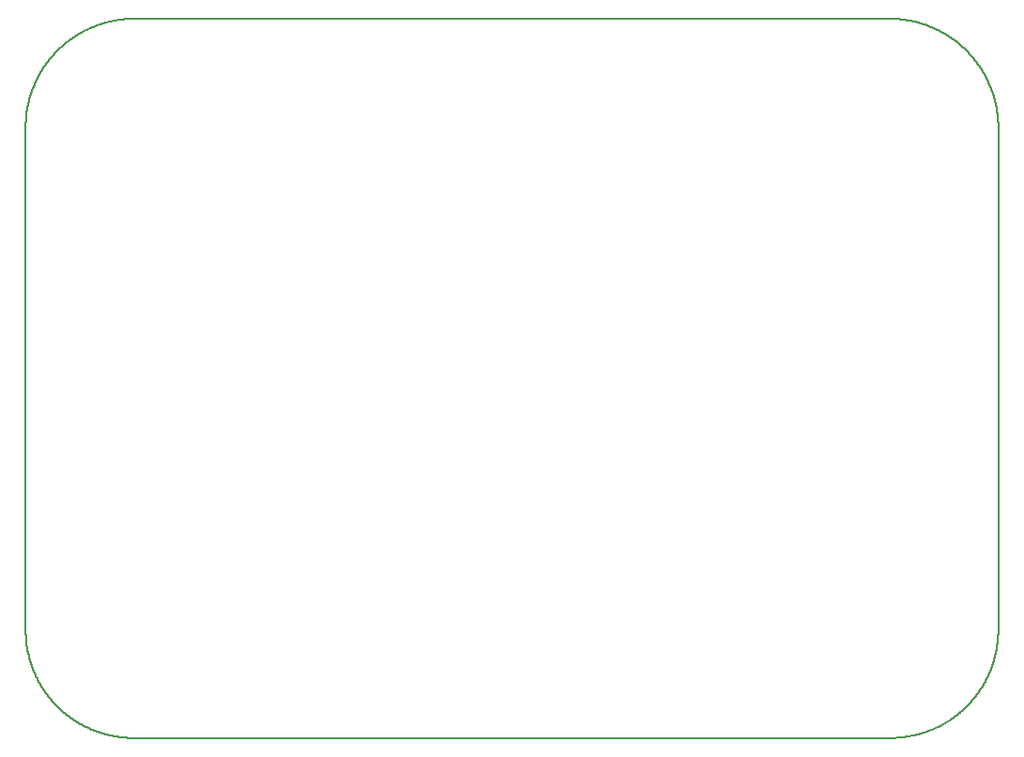
<source format=gm1>
G04 MADE WITH FRITZING*
G04 WWW.FRITZING.ORG*
G04 DOUBLE SIDED*
G04 HOLES PLATED*
G04 CONTOUR ON CENTER OF CONTOUR VECTOR*
%ASAXBY*%
%FSLAX23Y23*%
%MOIN*%
%OFA0B0*%
%SFA1.0B1.0*%
%ADD10C,0.005000*%
%ADD10C,0.008*%
%LNCONTOUR*%
G90*
G70*
G54D10*
G54D10*
X364Y2559D02*
X365Y2559D01*
X366Y2559D01*
X367Y2559D01*
X368Y2559D01*
X369Y2559D01*
X370Y2559D01*
X371Y2559D01*
X372Y2559D01*
X373Y2559D01*
X374Y2559D01*
X375Y2559D01*
X376Y2559D01*
X377Y2559D01*
X378Y2559D01*
X379Y2559D01*
X380Y2559D01*
X381Y2559D01*
X382Y2559D01*
X383Y2559D01*
X384Y2559D01*
X385Y2559D01*
X386Y2559D01*
X387Y2559D01*
X388Y2559D01*
X389Y2559D01*
X390Y2559D01*
X391Y2559D01*
X392Y2559D01*
X393Y2559D01*
X394Y2559D01*
X395Y2559D01*
X396Y2559D01*
X397Y2559D01*
X398Y2559D01*
X399Y2559D01*
X400Y2559D01*
X401Y2559D01*
X402Y2559D01*
X403Y2559D01*
X404Y2559D01*
X405Y2559D01*
X406Y2559D01*
X407Y2559D01*
X408Y2559D01*
X409Y2559D01*
X410Y2559D01*
X411Y2559D01*
X412Y2559D01*
X413Y2559D01*
X414Y2559D01*
X415Y2559D01*
X416Y2559D01*
X417Y2559D01*
X418Y2559D01*
X419Y2559D01*
X420Y2559D01*
X421Y2559D01*
X422Y2559D01*
X423Y2559D01*
X424Y2559D01*
X425Y2559D01*
X426Y2559D01*
X427Y2559D01*
X428Y2559D01*
X429Y2559D01*
X430Y2559D01*
X431Y2559D01*
X432Y2559D01*
X433Y2559D01*
X434Y2559D01*
X435Y2559D01*
X436Y2559D01*
X437Y2559D01*
X438Y2559D01*
X439Y2559D01*
X440Y2559D01*
X441Y2559D01*
X442Y2559D01*
X443Y2559D01*
X444Y2559D01*
X445Y2559D01*
X446Y2559D01*
X447Y2559D01*
X448Y2559D01*
X449Y2559D01*
X450Y2559D01*
X451Y2559D01*
X452Y2559D01*
X453Y2559D01*
X454Y2559D01*
X455Y2559D01*
X456Y2559D01*
X457Y2559D01*
X458Y2559D01*
X459Y2559D01*
X460Y2559D01*
X461Y2559D01*
X462Y2559D01*
X463Y2559D01*
X464Y2559D01*
X465Y2559D01*
X466Y2559D01*
X467Y2559D01*
X468Y2559D01*
X469Y2559D01*
X470Y2559D01*
X471Y2559D01*
X472Y2559D01*
X473Y2559D01*
X474Y2559D01*
X475Y2559D01*
X476Y2559D01*
X477Y2559D01*
X478Y2559D01*
X479Y2559D01*
X480Y2559D01*
X481Y2559D01*
X482Y2559D01*
X483Y2559D01*
X484Y2559D01*
X485Y2559D01*
X486Y2559D01*
X487Y2559D01*
X488Y2559D01*
X489Y2559D01*
X490Y2559D01*
X491Y2559D01*
X492Y2559D01*
X493Y2559D01*
X494Y2559D01*
X495Y2559D01*
X496Y2559D01*
X497Y2559D01*
X498Y2559D01*
X499Y2559D01*
X500Y2559D01*
X501Y2559D01*
X502Y2559D01*
X503Y2559D01*
X504Y2559D01*
X505Y2559D01*
X506Y2559D01*
X507Y2559D01*
X508Y2559D01*
X509Y2559D01*
X510Y2559D01*
X511Y2559D01*
X512Y2559D01*
X513Y2559D01*
X514Y2559D01*
X515Y2559D01*
X516Y2559D01*
X517Y2559D01*
X518Y2559D01*
X519Y2559D01*
X520Y2559D01*
X521Y2559D01*
X522Y2559D01*
X523Y2559D01*
X524Y2559D01*
X525Y2559D01*
X526Y2559D01*
X527Y2559D01*
X528Y2559D01*
X529Y2559D01*
X530Y2559D01*
X531Y2559D01*
X532Y2559D01*
X533Y2559D01*
X534Y2559D01*
X535Y2559D01*
X536Y2559D01*
X537Y2559D01*
X538Y2559D01*
X539Y2559D01*
X540Y2559D01*
X541Y2559D01*
X542Y2559D01*
X543Y2559D01*
X544Y2559D01*
X545Y2559D01*
X546Y2559D01*
X547Y2559D01*
X548Y2559D01*
X549Y2559D01*
X550Y2559D01*
X551Y2559D01*
X552Y2559D01*
X553Y2559D01*
X554Y2559D01*
X555Y2559D01*
X556Y2559D01*
X557Y2559D01*
X558Y2559D01*
X559Y2559D01*
X560Y2559D01*
X561Y2559D01*
X562Y2559D01*
X563Y2559D01*
X564Y2559D01*
X565Y2559D01*
X566Y2559D01*
X567Y2559D01*
X568Y2559D01*
X569Y2559D01*
X570Y2559D01*
X571Y2559D01*
X572Y2559D01*
X573Y2559D01*
X574Y2559D01*
X575Y2559D01*
X576Y2559D01*
X577Y2559D01*
X578Y2559D01*
X579Y2559D01*
X580Y2559D01*
X581Y2559D01*
X582Y2559D01*
X583Y2559D01*
X584Y2559D01*
X585Y2559D01*
X586Y2559D01*
X587Y2559D01*
X588Y2559D01*
X589Y2559D01*
X590Y2559D01*
X591Y2559D01*
X592Y2559D01*
X593Y2559D01*
X594Y2559D01*
X595Y2559D01*
X596Y2559D01*
X597Y2559D01*
X598Y2559D01*
X599Y2559D01*
X600Y2559D01*
X601Y2559D01*
X602Y2559D01*
X603Y2559D01*
X604Y2559D01*
X605Y2559D01*
X606Y2559D01*
X607Y2559D01*
X608Y2559D01*
X609Y2559D01*
X610Y2559D01*
X611Y2559D01*
X612Y2559D01*
X613Y2559D01*
X614Y2559D01*
X615Y2559D01*
X616Y2559D01*
X617Y2559D01*
X618Y2559D01*
X619Y2559D01*
X620Y2559D01*
X621Y2559D01*
X622Y2559D01*
X623Y2559D01*
X624Y2559D01*
X625Y2559D01*
X626Y2559D01*
X627Y2559D01*
X628Y2559D01*
X629Y2559D01*
X630Y2559D01*
X631Y2559D01*
X632Y2559D01*
X633Y2559D01*
X634Y2559D01*
X635Y2559D01*
X636Y2559D01*
X637Y2559D01*
X638Y2559D01*
X639Y2559D01*
X640Y2559D01*
X641Y2559D01*
X642Y2559D01*
X643Y2559D01*
X644Y2559D01*
X645Y2559D01*
X646Y2559D01*
X647Y2559D01*
X648Y2559D01*
X649Y2559D01*
X650Y2559D01*
X651Y2559D01*
X652Y2559D01*
X653Y2559D01*
X654Y2559D01*
X655Y2559D01*
X656Y2559D01*
X657Y2559D01*
X658Y2559D01*
X659Y2559D01*
X660Y2559D01*
X661Y2559D01*
X662Y2559D01*
X663Y2559D01*
X664Y2559D01*
X665Y2559D01*
X666Y2559D01*
X667Y2559D01*
X668Y2559D01*
X669Y2559D01*
X670Y2559D01*
X671Y2559D01*
X672Y2559D01*
X673Y2559D01*
X674Y2559D01*
X675Y2559D01*
X676Y2559D01*
X677Y2559D01*
X678Y2559D01*
X679Y2559D01*
X680Y2559D01*
X681Y2559D01*
X682Y2559D01*
X683Y2559D01*
X684Y2559D01*
X685Y2559D01*
X686Y2559D01*
X687Y2559D01*
X688Y2559D01*
X689Y2559D01*
X690Y2559D01*
X691Y2559D01*
X692Y2559D01*
X693Y2559D01*
X694Y2559D01*
X695Y2559D01*
X696Y2559D01*
X697Y2559D01*
X698Y2559D01*
X699Y2559D01*
X700Y2559D01*
X701Y2559D01*
X702Y2559D01*
X703Y2559D01*
X704Y2559D01*
X705Y2559D01*
X706Y2559D01*
X707Y2559D01*
X708Y2559D01*
X709Y2559D01*
X710Y2559D01*
X711Y2559D01*
X712Y2559D01*
X713Y2559D01*
X714Y2559D01*
X715Y2559D01*
X716Y2559D01*
X717Y2559D01*
X718Y2559D01*
X719Y2559D01*
X720Y2559D01*
X721Y2559D01*
X722Y2559D01*
X723Y2559D01*
X724Y2559D01*
X725Y2559D01*
X726Y2559D01*
X727Y2559D01*
X728Y2559D01*
X729Y2559D01*
X730Y2559D01*
X731Y2559D01*
X732Y2559D01*
X733Y2559D01*
X734Y2559D01*
X735Y2559D01*
X736Y2559D01*
X737Y2559D01*
X738Y2559D01*
X739Y2559D01*
X740Y2559D01*
X741Y2559D01*
X742Y2559D01*
X743Y2559D01*
X744Y2559D01*
X745Y2559D01*
X746Y2559D01*
X747Y2559D01*
X748Y2559D01*
X749Y2559D01*
X750Y2559D01*
X751Y2559D01*
X752Y2559D01*
X753Y2559D01*
X754Y2559D01*
X755Y2559D01*
X756Y2559D01*
X757Y2559D01*
X758Y2559D01*
X759Y2559D01*
X760Y2559D01*
X761Y2559D01*
X762Y2559D01*
X763Y2559D01*
X764Y2559D01*
X765Y2559D01*
X766Y2559D01*
X767Y2559D01*
X768Y2559D01*
X769Y2559D01*
X770Y2559D01*
X771Y2559D01*
X772Y2559D01*
X773Y2559D01*
X774Y2559D01*
X775Y2559D01*
X776Y2559D01*
X777Y2559D01*
X778Y2559D01*
X779Y2559D01*
X780Y2559D01*
X781Y2559D01*
X782Y2559D01*
X783Y2559D01*
X784Y2559D01*
X785Y2559D01*
X786Y2559D01*
X787Y2559D01*
X788Y2559D01*
X789Y2559D01*
X790Y2559D01*
X791Y2559D01*
X792Y2559D01*
X793Y2559D01*
X794Y2559D01*
X795Y2559D01*
X796Y2559D01*
X797Y2559D01*
X798Y2559D01*
X799Y2559D01*
X800Y2559D01*
X801Y2559D01*
X802Y2559D01*
X803Y2559D01*
X804Y2559D01*
X805Y2559D01*
X806Y2559D01*
X807Y2559D01*
X808Y2559D01*
X809Y2559D01*
X810Y2559D01*
X811Y2559D01*
X812Y2559D01*
X813Y2559D01*
X814Y2559D01*
X815Y2559D01*
X816Y2559D01*
X817Y2559D01*
X818Y2559D01*
X819Y2559D01*
X820Y2559D01*
X821Y2559D01*
X822Y2559D01*
X823Y2559D01*
X824Y2559D01*
X825Y2559D01*
X826Y2559D01*
X827Y2559D01*
X828Y2559D01*
X829Y2559D01*
X830Y2559D01*
X831Y2559D01*
X832Y2559D01*
X833Y2559D01*
X834Y2559D01*
X835Y2559D01*
X836Y2559D01*
X837Y2559D01*
X838Y2559D01*
X839Y2559D01*
X840Y2559D01*
X841Y2559D01*
X842Y2559D01*
X843Y2559D01*
X844Y2559D01*
X845Y2559D01*
X846Y2559D01*
X847Y2559D01*
X848Y2559D01*
X849Y2559D01*
X850Y2559D01*
X851Y2559D01*
X852Y2559D01*
X853Y2559D01*
X854Y2559D01*
X855Y2559D01*
X856Y2559D01*
X857Y2559D01*
X858Y2559D01*
X859Y2559D01*
X860Y2559D01*
X861Y2559D01*
X862Y2559D01*
X863Y2559D01*
X864Y2559D01*
X865Y2559D01*
X866Y2559D01*
X867Y2559D01*
X868Y2559D01*
X869Y2559D01*
X870Y2559D01*
X871Y2559D01*
X872Y2559D01*
X873Y2559D01*
X874Y2559D01*
X875Y2559D01*
X876Y2559D01*
X877Y2559D01*
X878Y2559D01*
X879Y2559D01*
X880Y2559D01*
X881Y2559D01*
X882Y2559D01*
X883Y2559D01*
X884Y2559D01*
X885Y2559D01*
X886Y2559D01*
X887Y2559D01*
X888Y2559D01*
X889Y2559D01*
X890Y2559D01*
X891Y2559D01*
X892Y2559D01*
X893Y2559D01*
X894Y2559D01*
X895Y2559D01*
X896Y2559D01*
X897Y2559D01*
X898Y2559D01*
X899Y2559D01*
X900Y2559D01*
X901Y2559D01*
X902Y2559D01*
X903Y2559D01*
X904Y2559D01*
X905Y2559D01*
X906Y2559D01*
X907Y2559D01*
X908Y2559D01*
X909Y2559D01*
X910Y2559D01*
X911Y2559D01*
X912Y2559D01*
X913Y2559D01*
X914Y2559D01*
X915Y2559D01*
X916Y2559D01*
X917Y2559D01*
X918Y2559D01*
X919Y2559D01*
X920Y2559D01*
X921Y2559D01*
X922Y2559D01*
X923Y2559D01*
X924Y2559D01*
X925Y2559D01*
X926Y2559D01*
X927Y2559D01*
X928Y2559D01*
X929Y2559D01*
X930Y2559D01*
X931Y2559D01*
X932Y2559D01*
X933Y2559D01*
X934Y2559D01*
X935Y2559D01*
X936Y2559D01*
X937Y2559D01*
X938Y2559D01*
X939Y2559D01*
X940Y2559D01*
X941Y2559D01*
X942Y2559D01*
X943Y2559D01*
X944Y2559D01*
X945Y2559D01*
X946Y2559D01*
X947Y2559D01*
X948Y2559D01*
X949Y2559D01*
X950Y2559D01*
X951Y2559D01*
X952Y2559D01*
X953Y2559D01*
X954Y2559D01*
X955Y2559D01*
X956Y2559D01*
X957Y2559D01*
X958Y2559D01*
X959Y2559D01*
X960Y2559D01*
X961Y2559D01*
X962Y2559D01*
X963Y2559D01*
X964Y2559D01*
X965Y2559D01*
X966Y2559D01*
X967Y2559D01*
X968Y2559D01*
X969Y2559D01*
X970Y2559D01*
X971Y2559D01*
X972Y2559D01*
X973Y2559D01*
X974Y2559D01*
X975Y2559D01*
X976Y2559D01*
X977Y2559D01*
X978Y2559D01*
X979Y2559D01*
X980Y2559D01*
X981Y2559D01*
X982Y2559D01*
X983Y2559D01*
X984Y2559D01*
X985Y2559D01*
X986Y2559D01*
X987Y2559D01*
X988Y2559D01*
X989Y2559D01*
X990Y2559D01*
X991Y2559D01*
X992Y2559D01*
X993Y2559D01*
X994Y2559D01*
X995Y2559D01*
X996Y2559D01*
X997Y2559D01*
X998Y2559D01*
X999Y2559D01*
X1000Y2559D01*
X1001Y2559D01*
X1002Y2559D01*
X1003Y2559D01*
X1004Y2559D01*
X1005Y2559D01*
X1006Y2559D01*
X1007Y2559D01*
X1008Y2559D01*
X1009Y2559D01*
X1010Y2559D01*
X1011Y2559D01*
X1012Y2559D01*
X1013Y2559D01*
X1014Y2559D01*
X1015Y2559D01*
X1016Y2559D01*
X1017Y2559D01*
X1018Y2559D01*
X1019Y2559D01*
X1020Y2559D01*
X1021Y2559D01*
X1022Y2559D01*
X1023Y2559D01*
X1024Y2559D01*
X1025Y2559D01*
X1026Y2559D01*
X1027Y2559D01*
X1028Y2559D01*
X1029Y2559D01*
X1030Y2559D01*
X1031Y2559D01*
X1032Y2559D01*
X1033Y2559D01*
X1034Y2559D01*
X1035Y2559D01*
X1036Y2559D01*
X1037Y2559D01*
X1038Y2559D01*
X1039Y2559D01*
X1040Y2559D01*
X1041Y2559D01*
X1042Y2559D01*
X1043Y2559D01*
X1044Y2559D01*
X1045Y2559D01*
X1046Y2559D01*
X1047Y2559D01*
X1048Y2559D01*
X1049Y2559D01*
X1050Y2559D01*
X1051Y2559D01*
X1052Y2559D01*
X1053Y2559D01*
X1054Y2559D01*
X1055Y2559D01*
X1056Y2559D01*
X1057Y2559D01*
X1058Y2559D01*
X1059Y2559D01*
X1060Y2559D01*
X1061Y2559D01*
X1062Y2559D01*
X1063Y2559D01*
X1064Y2559D01*
X1065Y2559D01*
X1066Y2559D01*
X1067Y2559D01*
X1068Y2559D01*
X1069Y2559D01*
X1070Y2559D01*
X1071Y2559D01*
X1072Y2559D01*
X1073Y2559D01*
X1074Y2559D01*
X1075Y2559D01*
X1076Y2559D01*
X1077Y2559D01*
X1078Y2559D01*
X1079Y2559D01*
X1080Y2559D01*
X1081Y2559D01*
X1082Y2559D01*
X1083Y2559D01*
X1084Y2559D01*
X1085Y2559D01*
X1086Y2559D01*
X1087Y2559D01*
X1088Y2559D01*
X1089Y2559D01*
X1090Y2559D01*
X1091Y2559D01*
X1092Y2559D01*
X1093Y2559D01*
X1094Y2559D01*
X1095Y2559D01*
X1096Y2559D01*
X1097Y2559D01*
X1098Y2559D01*
X1099Y2559D01*
X1100Y2559D01*
X1101Y2559D01*
X1102Y2559D01*
X1103Y2559D01*
X1104Y2559D01*
X1105Y2559D01*
X1106Y2559D01*
X1107Y2559D01*
X1108Y2559D01*
X1109Y2559D01*
X1110Y2559D01*
X1111Y2559D01*
X1112Y2559D01*
X1113Y2559D01*
X1114Y2559D01*
X1115Y2559D01*
X1116Y2559D01*
X1117Y2559D01*
X1118Y2559D01*
X1119Y2559D01*
X1120Y2559D01*
X1121Y2559D01*
X1122Y2559D01*
X1123Y2559D01*
X1124Y2559D01*
X1125Y2559D01*
X1126Y2559D01*
X1127Y2559D01*
X1128Y2559D01*
X1129Y2559D01*
X1130Y2559D01*
X1131Y2559D01*
X1132Y2559D01*
X1133Y2559D01*
X1134Y2559D01*
X1135Y2559D01*
X1136Y2559D01*
X1137Y2559D01*
X1138Y2559D01*
X1139Y2559D01*
X1140Y2559D01*
X1141Y2559D01*
X1142Y2559D01*
X1143Y2559D01*
X1144Y2559D01*
X1145Y2559D01*
X1146Y2559D01*
X1147Y2559D01*
X1148Y2559D01*
X1149Y2559D01*
X1150Y2559D01*
X1151Y2559D01*
X1152Y2559D01*
X1153Y2559D01*
X1154Y2559D01*
X1155Y2559D01*
X1156Y2559D01*
X1157Y2559D01*
X1158Y2559D01*
X1159Y2559D01*
X1160Y2559D01*
X1161Y2559D01*
X1162Y2559D01*
X1163Y2559D01*
X1164Y2559D01*
X1165Y2559D01*
X1166Y2559D01*
X1167Y2559D01*
X1168Y2559D01*
X1169Y2559D01*
X1170Y2559D01*
X1171Y2559D01*
X1172Y2559D01*
X1173Y2559D01*
X1174Y2559D01*
X1175Y2559D01*
X1176Y2559D01*
X1177Y2559D01*
X1178Y2559D01*
X1179Y2559D01*
X1180Y2559D01*
X1181Y2559D01*
X1182Y2559D01*
X1183Y2559D01*
X1184Y2559D01*
X1185Y2559D01*
X1186Y2559D01*
X1187Y2559D01*
X1188Y2559D01*
X1189Y2559D01*
X1190Y2559D01*
X1191Y2559D01*
X1192Y2559D01*
X1193Y2559D01*
X1194Y2559D01*
X1195Y2559D01*
X1196Y2559D01*
X1197Y2559D01*
X1198Y2559D01*
X1199Y2559D01*
X1200Y2559D01*
X1201Y2559D01*
X1202Y2559D01*
X1203Y2559D01*
X1204Y2559D01*
X1205Y2559D01*
X1206Y2559D01*
X1207Y2559D01*
X1208Y2559D01*
X1209Y2559D01*
X1210Y2559D01*
X1211Y2559D01*
X1212Y2559D01*
X1213Y2559D01*
X1214Y2559D01*
X1215Y2559D01*
X1216Y2559D01*
X1217Y2559D01*
X1218Y2559D01*
X1219Y2559D01*
X1220Y2559D01*
X1221Y2559D01*
X1222Y2559D01*
X1223Y2559D01*
X1224Y2559D01*
X1225Y2559D01*
X1226Y2559D01*
X1227Y2559D01*
X1228Y2559D01*
X1229Y2559D01*
X1230Y2559D01*
X1231Y2559D01*
X1232Y2559D01*
X1233Y2559D01*
X1234Y2559D01*
X1235Y2559D01*
X1236Y2559D01*
X1237Y2559D01*
X1238Y2559D01*
X1239Y2559D01*
X1240Y2559D01*
X1241Y2559D01*
X1242Y2559D01*
X1243Y2559D01*
X1244Y2559D01*
X1245Y2559D01*
X1246Y2559D01*
X1247Y2559D01*
X1248Y2559D01*
X1249Y2559D01*
X1250Y2559D01*
X1251Y2559D01*
X1252Y2559D01*
X1253Y2559D01*
X1254Y2559D01*
X1255Y2559D01*
X1256Y2559D01*
X1257Y2559D01*
X1258Y2559D01*
X1259Y2559D01*
X1260Y2559D01*
X1261Y2559D01*
X1262Y2559D01*
X1263Y2559D01*
X1264Y2559D01*
X1265Y2559D01*
X1266Y2559D01*
X1267Y2559D01*
X1268Y2559D01*
X1269Y2559D01*
X1270Y2559D01*
X1271Y2559D01*
X1272Y2559D01*
X1273Y2559D01*
X1274Y2559D01*
X1275Y2559D01*
X1276Y2559D01*
X1277Y2559D01*
X1278Y2559D01*
X1279Y2559D01*
X1280Y2559D01*
X1281Y2559D01*
X1282Y2559D01*
X1283Y2559D01*
X1284Y2559D01*
X1285Y2559D01*
X1286Y2559D01*
X1287Y2559D01*
X1288Y2559D01*
X1289Y2559D01*
X1290Y2559D01*
X1291Y2559D01*
X1292Y2559D01*
X1293Y2559D01*
X1294Y2559D01*
X1295Y2559D01*
X1296Y2559D01*
X1297Y2559D01*
X1298Y2559D01*
X1299Y2559D01*
X1300Y2559D01*
X1301Y2559D01*
X1302Y2559D01*
X1303Y2559D01*
X1304Y2559D01*
X1305Y2559D01*
X1306Y2559D01*
X1307Y2559D01*
X1308Y2559D01*
X1309Y2559D01*
X1310Y2559D01*
X1311Y2559D01*
X1312Y2559D01*
X1313Y2559D01*
X1314Y2559D01*
X1315Y2559D01*
X1316Y2559D01*
X1317Y2559D01*
X1318Y2559D01*
X1319Y2559D01*
X1320Y2559D01*
X1321Y2559D01*
X1322Y2559D01*
X1323Y2559D01*
X1324Y2559D01*
X1325Y2559D01*
X1326Y2559D01*
X1327Y2559D01*
X1328Y2559D01*
X1329Y2559D01*
X1330Y2559D01*
X1331Y2559D01*
X1332Y2559D01*
X1333Y2559D01*
X1334Y2559D01*
X1335Y2559D01*
X1336Y2559D01*
X1337Y2559D01*
X1338Y2559D01*
X1339Y2559D01*
X1340Y2559D01*
X1341Y2559D01*
X1342Y2559D01*
X1343Y2559D01*
X1344Y2559D01*
X1345Y2559D01*
X1346Y2559D01*
X1347Y2559D01*
X1348Y2559D01*
X1349Y2559D01*
X1350Y2559D01*
X1351Y2559D01*
X1352Y2559D01*
X1353Y2559D01*
X1354Y2559D01*
X1355Y2559D01*
X1356Y2559D01*
X1357Y2559D01*
X1358Y2559D01*
X1359Y2559D01*
X1360Y2559D01*
X1361Y2559D01*
X1362Y2559D01*
X1363Y2559D01*
X1364Y2559D01*
X1365Y2559D01*
X1366Y2559D01*
X1367Y2559D01*
X1368Y2559D01*
X1369Y2559D01*
X1370Y2559D01*
X1371Y2559D01*
X1372Y2559D01*
X1373Y2559D01*
X1374Y2559D01*
X1375Y2559D01*
X1376Y2559D01*
X1377Y2559D01*
X1378Y2559D01*
X1379Y2559D01*
X1380Y2559D01*
X1381Y2559D01*
X1382Y2559D01*
X1383Y2559D01*
X1384Y2559D01*
X1385Y2559D01*
X1386Y2559D01*
X1387Y2559D01*
X1388Y2559D01*
X1389Y2559D01*
X1390Y2559D01*
X1391Y2559D01*
X1392Y2559D01*
X1393Y2559D01*
X1394Y2559D01*
X1395Y2559D01*
X1396Y2559D01*
X1397Y2559D01*
X1398Y2559D01*
X1399Y2559D01*
X1400Y2559D01*
X1401Y2559D01*
X1402Y2559D01*
X1403Y2559D01*
X1404Y2559D01*
X1405Y2559D01*
X1406Y2559D01*
X1407Y2559D01*
X1408Y2559D01*
X1409Y2559D01*
X1410Y2559D01*
X1411Y2559D01*
X1412Y2559D01*
X1413Y2559D01*
X1414Y2559D01*
X1415Y2559D01*
X1416Y2559D01*
X1417Y2559D01*
X1418Y2559D01*
X1419Y2559D01*
X1420Y2559D01*
X1421Y2559D01*
X1422Y2559D01*
X1423Y2559D01*
X1424Y2559D01*
X1425Y2559D01*
X1426Y2559D01*
X1427Y2559D01*
X1428Y2559D01*
X1429Y2559D01*
X1430Y2559D01*
X1431Y2559D01*
X1432Y2559D01*
X1433Y2559D01*
X1434Y2559D01*
X1435Y2559D01*
X1436Y2559D01*
X1437Y2559D01*
X1438Y2559D01*
X1439Y2559D01*
X1440Y2559D01*
X1441Y2559D01*
X1442Y2559D01*
X1443Y2559D01*
X1444Y2559D01*
X1445Y2559D01*
X1446Y2559D01*
X1447Y2559D01*
X1448Y2559D01*
X1449Y2559D01*
X1450Y2559D01*
X1451Y2559D01*
X1452Y2559D01*
X1453Y2559D01*
X1454Y2559D01*
X1455Y2559D01*
X1456Y2559D01*
X1457Y2559D01*
X1458Y2559D01*
X1459Y2559D01*
X1460Y2559D01*
X1461Y2559D01*
X1462Y2559D01*
X1463Y2559D01*
X1464Y2559D01*
X1465Y2559D01*
X1466Y2559D01*
X1467Y2559D01*
X1468Y2559D01*
X1469Y2559D01*
X1470Y2559D01*
X1471Y2559D01*
X1472Y2559D01*
X1473Y2559D01*
X1474Y2559D01*
X1475Y2559D01*
X1476Y2559D01*
X1477Y2559D01*
X1478Y2559D01*
X1479Y2559D01*
X1480Y2559D01*
X1481Y2559D01*
X1482Y2559D01*
X1483Y2559D01*
X1484Y2559D01*
X1485Y2559D01*
X1486Y2559D01*
X1487Y2559D01*
X1488Y2559D01*
X1489Y2559D01*
X1490Y2559D01*
X1491Y2559D01*
X1492Y2559D01*
X1493Y2559D01*
X1494Y2559D01*
X1495Y2559D01*
X1496Y2559D01*
X1497Y2559D01*
X1498Y2559D01*
X1499Y2559D01*
X1500Y2559D01*
X1501Y2559D01*
X1502Y2559D01*
X1503Y2559D01*
X1504Y2559D01*
X1505Y2559D01*
X1506Y2559D01*
X1507Y2559D01*
X1508Y2559D01*
X1509Y2559D01*
X1510Y2559D01*
X1511Y2559D01*
X1512Y2559D01*
X1513Y2559D01*
X1514Y2559D01*
X1515Y2559D01*
X1516Y2559D01*
X1517Y2559D01*
X1518Y2559D01*
X1519Y2559D01*
X1520Y2559D01*
X1521Y2559D01*
X1522Y2559D01*
X1523Y2559D01*
X1524Y2559D01*
X1525Y2559D01*
X1526Y2559D01*
X1527Y2559D01*
X1528Y2559D01*
X1529Y2559D01*
X1530Y2559D01*
X1531Y2559D01*
X1532Y2559D01*
X1533Y2559D01*
X1534Y2559D01*
X1535Y2559D01*
X1536Y2559D01*
X1537Y2559D01*
X1538Y2559D01*
X1539Y2559D01*
X1540Y2559D01*
X1541Y2559D01*
X1542Y2559D01*
X1543Y2559D01*
X1544Y2559D01*
X1545Y2559D01*
X1546Y2559D01*
X1547Y2559D01*
X1548Y2559D01*
X1549Y2559D01*
X1550Y2559D01*
X1551Y2559D01*
X1552Y2559D01*
X1553Y2559D01*
X1554Y2559D01*
X1555Y2559D01*
X1556Y2559D01*
X1557Y2559D01*
X1558Y2559D01*
X1559Y2559D01*
X1560Y2559D01*
X1561Y2559D01*
X1562Y2559D01*
X1563Y2559D01*
X1564Y2559D01*
X1565Y2559D01*
X1566Y2559D01*
X1567Y2559D01*
X1568Y2559D01*
X1569Y2559D01*
X1570Y2559D01*
X1571Y2559D01*
X1572Y2559D01*
X1573Y2559D01*
X1574Y2559D01*
X1575Y2559D01*
X1576Y2559D01*
X1577Y2559D01*
X1578Y2559D01*
X1579Y2559D01*
X1580Y2559D01*
X1581Y2559D01*
X1582Y2559D01*
X1583Y2559D01*
X1584Y2559D01*
X1585Y2559D01*
X1586Y2559D01*
X1587Y2559D01*
X1588Y2559D01*
X1589Y2559D01*
X1590Y2559D01*
X1591Y2559D01*
X1592Y2559D01*
X1593Y2559D01*
X1594Y2559D01*
X1595Y2559D01*
X1596Y2559D01*
X1597Y2559D01*
X1598Y2559D01*
X1599Y2559D01*
X1600Y2559D01*
X1601Y2559D01*
X1602Y2559D01*
X1603Y2559D01*
X1604Y2559D01*
X1605Y2559D01*
X1606Y2559D01*
X1607Y2559D01*
X1608Y2559D01*
X1609Y2559D01*
X1610Y2559D01*
X1611Y2559D01*
X1612Y2559D01*
X1613Y2559D01*
X1614Y2559D01*
X1615Y2559D01*
X1616Y2559D01*
X1617Y2559D01*
X1618Y2559D01*
X1619Y2559D01*
X1620Y2559D01*
X1621Y2559D01*
X1622Y2559D01*
X1623Y2559D01*
X1624Y2559D01*
X1625Y2559D01*
X1626Y2559D01*
X1627Y2559D01*
X1628Y2559D01*
X1629Y2559D01*
X1630Y2559D01*
X1631Y2559D01*
X1632Y2559D01*
X1633Y2559D01*
X1634Y2559D01*
X1635Y2559D01*
X1636Y2559D01*
X1637Y2559D01*
X1638Y2559D01*
X1639Y2559D01*
X1640Y2559D01*
X1641Y2559D01*
X1642Y2559D01*
X1643Y2559D01*
X1644Y2559D01*
X1645Y2559D01*
X1646Y2559D01*
X1647Y2559D01*
X1648Y2559D01*
X1649Y2559D01*
X1650Y2559D01*
X1651Y2559D01*
X1652Y2559D01*
X1653Y2559D01*
X1654Y2559D01*
X1655Y2559D01*
X1656Y2559D01*
X1657Y2559D01*
X1658Y2559D01*
X1659Y2559D01*
X1660Y2559D01*
X1661Y2559D01*
X1662Y2559D01*
X1663Y2559D01*
X1664Y2559D01*
X1665Y2559D01*
X1666Y2559D01*
X1667Y2559D01*
X1668Y2559D01*
X1669Y2559D01*
X1670Y2559D01*
X1671Y2559D01*
X1672Y2559D01*
X1673Y2559D01*
X1674Y2559D01*
X1675Y2559D01*
X1676Y2559D01*
X1677Y2559D01*
X1678Y2559D01*
X1679Y2559D01*
X1680Y2559D01*
X1681Y2559D01*
X1682Y2559D01*
X1683Y2559D01*
X1684Y2559D01*
X1685Y2559D01*
X1686Y2559D01*
X1687Y2559D01*
X1688Y2559D01*
X1689Y2559D01*
X1690Y2559D01*
X1691Y2559D01*
X1692Y2559D01*
X1693Y2559D01*
X1694Y2559D01*
X1695Y2559D01*
X1696Y2559D01*
X1697Y2559D01*
X1698Y2559D01*
X1699Y2559D01*
X1700Y2559D01*
X1701Y2559D01*
X1702Y2559D01*
X1703Y2559D01*
X1704Y2559D01*
X1705Y2559D01*
X1706Y2559D01*
X1707Y2559D01*
X1708Y2559D01*
X1709Y2559D01*
X1710Y2559D01*
X1711Y2559D01*
X1712Y2559D01*
X1713Y2559D01*
X1714Y2559D01*
X1715Y2559D01*
X1716Y2559D01*
X1717Y2559D01*
X1718Y2559D01*
X1719Y2559D01*
X1720Y2559D01*
X1721Y2559D01*
X1722Y2559D01*
X1723Y2559D01*
X1724Y2559D01*
X1725Y2559D01*
X1726Y2559D01*
X1727Y2559D01*
X1728Y2559D01*
X1729Y2559D01*
X1730Y2559D01*
X1731Y2559D01*
X1732Y2559D01*
X1733Y2559D01*
X1734Y2559D01*
X1735Y2559D01*
X1736Y2559D01*
X1737Y2559D01*
X1738Y2559D01*
X1739Y2559D01*
X1740Y2559D01*
X1741Y2559D01*
X1742Y2559D01*
X1743Y2559D01*
X1744Y2559D01*
X1745Y2559D01*
X1746Y2559D01*
X1747Y2559D01*
X1748Y2559D01*
X1749Y2559D01*
X1750Y2559D01*
X1751Y2559D01*
X1752Y2559D01*
X1753Y2559D01*
X1754Y2559D01*
X1755Y2559D01*
X1756Y2559D01*
X1757Y2559D01*
X1758Y2559D01*
X1759Y2559D01*
X1760Y2559D01*
X1761Y2559D01*
X1762Y2559D01*
X1763Y2559D01*
X1764Y2559D01*
X1765Y2559D01*
X1766Y2559D01*
X1767Y2559D01*
X1768Y2559D01*
X1769Y2559D01*
X1770Y2559D01*
X1771Y2559D01*
X1772Y2559D01*
X1773Y2559D01*
X1774Y2559D01*
X1775Y2559D01*
X1776Y2559D01*
X1777Y2559D01*
X1778Y2559D01*
X1779Y2559D01*
X1780Y2559D01*
X1781Y2559D01*
X1782Y2559D01*
X1783Y2559D01*
X1784Y2559D01*
X1785Y2559D01*
X1786Y2559D01*
X1787Y2559D01*
X1788Y2559D01*
X1789Y2559D01*
X1790Y2559D01*
X1791Y2559D01*
X1792Y2559D01*
X1793Y2559D01*
X1794Y2559D01*
X1795Y2559D01*
X1796Y2559D01*
X1797Y2559D01*
X1798Y2559D01*
X1799Y2559D01*
X1800Y2559D01*
X1801Y2559D01*
X1802Y2559D01*
X1803Y2559D01*
X1804Y2559D01*
X1805Y2559D01*
X1806Y2559D01*
X1807Y2559D01*
X1808Y2559D01*
X1809Y2559D01*
X1810Y2559D01*
X1811Y2559D01*
X1812Y2559D01*
X1813Y2559D01*
X1814Y2559D01*
X1815Y2559D01*
X1816Y2559D01*
X1817Y2559D01*
X1818Y2559D01*
X1819Y2559D01*
X1820Y2559D01*
X1821Y2559D01*
X1822Y2559D01*
X1823Y2559D01*
X1824Y2559D01*
X1825Y2559D01*
X1826Y2559D01*
X1827Y2559D01*
X1828Y2559D01*
X1829Y2559D01*
X1830Y2559D01*
X1831Y2559D01*
X1832Y2559D01*
X1833Y2559D01*
X1834Y2559D01*
X1835Y2559D01*
X1836Y2559D01*
X1837Y2559D01*
X1838Y2559D01*
X1839Y2559D01*
X1840Y2559D01*
X1841Y2559D01*
X1842Y2559D01*
X1843Y2559D01*
X1844Y2559D01*
X1845Y2559D01*
X1846Y2559D01*
X1847Y2559D01*
X1848Y2559D01*
X1849Y2559D01*
X1850Y2559D01*
X1851Y2559D01*
X1852Y2559D01*
X1853Y2559D01*
X1854Y2559D01*
X1855Y2559D01*
X1856Y2559D01*
X1857Y2559D01*
X1858Y2559D01*
X1859Y2559D01*
X1860Y2559D01*
X1861Y2559D01*
X1862Y2559D01*
X1863Y2559D01*
X1864Y2559D01*
X1865Y2559D01*
X1866Y2559D01*
X1867Y2559D01*
X1868Y2559D01*
X1869Y2559D01*
X1870Y2559D01*
X1871Y2559D01*
X1872Y2559D01*
X1873Y2559D01*
X1874Y2559D01*
X1875Y2559D01*
X1876Y2559D01*
X1877Y2559D01*
X1878Y2559D01*
X1879Y2559D01*
X1880Y2559D01*
X1881Y2559D01*
X1882Y2559D01*
X1883Y2559D01*
X1884Y2559D01*
X1885Y2559D01*
X1886Y2559D01*
X1887Y2559D01*
X1888Y2559D01*
X1889Y2559D01*
X1890Y2559D01*
X1891Y2559D01*
X1892Y2559D01*
X1893Y2559D01*
X1894Y2559D01*
X1895Y2559D01*
X1896Y2559D01*
X1897Y2559D01*
X1898Y2559D01*
X1899Y2559D01*
X1900Y2559D01*
X1901Y2559D01*
X1902Y2559D01*
X1903Y2559D01*
X1904Y2559D01*
X1905Y2559D01*
X1906Y2559D01*
X1907Y2559D01*
X1908Y2559D01*
X1909Y2559D01*
X1910Y2559D01*
X1911Y2559D01*
X1912Y2559D01*
X1913Y2559D01*
X1914Y2559D01*
X1915Y2559D01*
X1916Y2559D01*
X1917Y2559D01*
X1918Y2559D01*
X1919Y2559D01*
X1920Y2559D01*
X1921Y2559D01*
X1922Y2559D01*
X1923Y2559D01*
X1924Y2559D01*
X1925Y2559D01*
X1926Y2559D01*
X1927Y2559D01*
X1928Y2559D01*
X1929Y2559D01*
X1930Y2559D01*
X1931Y2559D01*
X1932Y2559D01*
X1933Y2559D01*
X1934Y2559D01*
X1935Y2559D01*
X1936Y2559D01*
X1937Y2559D01*
X1938Y2559D01*
X1939Y2559D01*
X1940Y2559D01*
X1941Y2559D01*
X1942Y2559D01*
X1943Y2559D01*
X1944Y2559D01*
X1945Y2559D01*
X1946Y2559D01*
X1947Y2559D01*
X1948Y2559D01*
X1949Y2559D01*
X1950Y2559D01*
X1951Y2559D01*
X1952Y2559D01*
X1953Y2559D01*
X1954Y2559D01*
X1955Y2559D01*
X1956Y2559D01*
X1957Y2559D01*
X1958Y2559D01*
X1959Y2559D01*
X1960Y2559D01*
X1961Y2559D01*
X1962Y2559D01*
X1963Y2559D01*
X1964Y2559D01*
X1965Y2559D01*
X1966Y2559D01*
X1967Y2559D01*
X1968Y2559D01*
X1969Y2559D01*
X1970Y2559D01*
X1971Y2559D01*
X1972Y2559D01*
X1973Y2559D01*
X1974Y2559D01*
X1975Y2559D01*
X1976Y2559D01*
X1977Y2559D01*
X1978Y2559D01*
X1979Y2559D01*
X1980Y2559D01*
X1981Y2559D01*
X1982Y2559D01*
X1983Y2559D01*
X1984Y2559D01*
X1985Y2559D01*
X1986Y2559D01*
X1987Y2559D01*
X1988Y2559D01*
X1989Y2559D01*
X1990Y2559D01*
X1991Y2559D01*
X1992Y2559D01*
X1993Y2559D01*
X1994Y2559D01*
X1995Y2559D01*
X1996Y2559D01*
X1997Y2559D01*
X1998Y2559D01*
X1999Y2559D01*
X2000Y2559D01*
X2001Y2559D01*
X2002Y2559D01*
X2003Y2559D01*
X2004Y2559D01*
X2005Y2559D01*
X2006Y2559D01*
X2007Y2559D01*
X2008Y2559D01*
X2009Y2559D01*
X2010Y2559D01*
X2011Y2559D01*
X2012Y2559D01*
X2013Y2559D01*
X2014Y2559D01*
X2015Y2559D01*
X2016Y2559D01*
X2017Y2559D01*
X2018Y2559D01*
X2019Y2559D01*
X2020Y2559D01*
X2021Y2559D01*
X2022Y2559D01*
X2023Y2559D01*
X2024Y2559D01*
X2025Y2559D01*
X2026Y2559D01*
X2027Y2559D01*
X2028Y2559D01*
X2029Y2559D01*
X2030Y2559D01*
X2031Y2559D01*
X2032Y2559D01*
X2033Y2559D01*
X2034Y2559D01*
X2035Y2559D01*
X2036Y2559D01*
X2037Y2559D01*
X2038Y2559D01*
X2039Y2559D01*
X2040Y2559D01*
X2041Y2559D01*
X2042Y2559D01*
X2043Y2559D01*
X2044Y2559D01*
X2045Y2559D01*
X2046Y2559D01*
X2047Y2559D01*
X2048Y2559D01*
X2049Y2559D01*
X2050Y2559D01*
X2051Y2559D01*
X2052Y2559D01*
X2053Y2559D01*
X2054Y2559D01*
X2055Y2559D01*
X2056Y2559D01*
X2057Y2559D01*
X2058Y2559D01*
X2059Y2559D01*
X2060Y2559D01*
X2061Y2559D01*
X2062Y2559D01*
X2063Y2559D01*
X2064Y2559D01*
X2065Y2559D01*
X2066Y2559D01*
X2067Y2559D01*
X2068Y2559D01*
X2069Y2559D01*
X2070Y2559D01*
X2071Y2559D01*
X2072Y2559D01*
X2073Y2559D01*
X2074Y2559D01*
X2075Y2559D01*
X2076Y2559D01*
X2077Y2559D01*
X2078Y2559D01*
X2079Y2559D01*
X2080Y2559D01*
X2081Y2559D01*
X2082Y2559D01*
X2083Y2559D01*
X2084Y2559D01*
X2085Y2559D01*
X2086Y2559D01*
X2087Y2559D01*
X2088Y2559D01*
X2089Y2559D01*
X2090Y2559D01*
X2091Y2559D01*
X2092Y2559D01*
X2093Y2559D01*
X2094Y2559D01*
X2095Y2559D01*
X2096Y2559D01*
X2097Y2559D01*
X2098Y2559D01*
X2099Y2559D01*
X2100Y2559D01*
X2101Y2559D01*
X2102Y2559D01*
X2103Y2559D01*
X2104Y2559D01*
X2105Y2559D01*
X2106Y2559D01*
X2107Y2559D01*
X2108Y2559D01*
X2109Y2559D01*
X2110Y2559D01*
X2111Y2559D01*
X2112Y2559D01*
X2113Y2559D01*
X2114Y2559D01*
X2115Y2559D01*
X2116Y2559D01*
X2117Y2559D01*
X2118Y2559D01*
X2119Y2559D01*
X2120Y2559D01*
X2121Y2559D01*
X2122Y2559D01*
X2123Y2559D01*
X2124Y2559D01*
X2125Y2559D01*
X2126Y2559D01*
X2127Y2559D01*
X2128Y2559D01*
X2129Y2559D01*
X2130Y2559D01*
X2131Y2559D01*
X2132Y2559D01*
X2133Y2559D01*
X2134Y2559D01*
X2135Y2559D01*
X2136Y2559D01*
X2137Y2559D01*
X2138Y2559D01*
X2139Y2559D01*
X2140Y2559D01*
X2141Y2559D01*
X2142Y2559D01*
X2143Y2559D01*
X2144Y2559D01*
X2145Y2559D01*
X2146Y2559D01*
X2147Y2559D01*
X2148Y2559D01*
X2149Y2559D01*
X2150Y2559D01*
X2151Y2559D01*
X2152Y2559D01*
X2153Y2559D01*
X2154Y2559D01*
X2155Y2559D01*
X2156Y2559D01*
X2157Y2559D01*
X2158Y2559D01*
X2159Y2559D01*
X2160Y2559D01*
X2161Y2559D01*
X2162Y2559D01*
X2163Y2559D01*
X2164Y2559D01*
X2165Y2559D01*
X2166Y2559D01*
X2167Y2559D01*
X2168Y2559D01*
X2169Y2559D01*
X2170Y2559D01*
X2171Y2559D01*
X2172Y2559D01*
X2173Y2559D01*
X2174Y2559D01*
X2175Y2559D01*
X2176Y2559D01*
X2177Y2559D01*
X2178Y2559D01*
X2179Y2559D01*
X2180Y2559D01*
X2181Y2559D01*
X2182Y2559D01*
X2183Y2559D01*
X2184Y2559D01*
X2185Y2559D01*
X2186Y2559D01*
X2187Y2559D01*
X2188Y2559D01*
X2189Y2559D01*
X2190Y2559D01*
X2191Y2559D01*
X2192Y2559D01*
X2193Y2559D01*
X2194Y2559D01*
X2195Y2559D01*
X2196Y2559D01*
X2197Y2559D01*
X2198Y2559D01*
X2199Y2559D01*
X2200Y2559D01*
X2201Y2559D01*
X2202Y2559D01*
X2203Y2559D01*
X2204Y2559D01*
X2205Y2559D01*
X2206Y2559D01*
X2207Y2559D01*
X2208Y2559D01*
X2209Y2559D01*
X2210Y2559D01*
X2211Y2559D01*
X2212Y2559D01*
X2213Y2559D01*
X2214Y2559D01*
X2215Y2559D01*
X2216Y2559D01*
X2217Y2559D01*
X2218Y2559D01*
X2219Y2559D01*
X2220Y2559D01*
X2221Y2559D01*
X2222Y2559D01*
X2223Y2559D01*
X2224Y2559D01*
X2225Y2559D01*
X2226Y2559D01*
X2227Y2559D01*
X2228Y2559D01*
X2229Y2559D01*
X2230Y2559D01*
X2231Y2559D01*
X2232Y2559D01*
X2233Y2559D01*
X2234Y2559D01*
X2235Y2559D01*
X2236Y2559D01*
X2237Y2559D01*
X2238Y2559D01*
X2239Y2559D01*
X2240Y2559D01*
X2241Y2559D01*
X2242Y2559D01*
X2243Y2559D01*
X2244Y2559D01*
X2245Y2559D01*
X2246Y2559D01*
X2247Y2559D01*
X2248Y2559D01*
X2249Y2559D01*
X2250Y2559D01*
X2251Y2559D01*
X2252Y2559D01*
X2253Y2559D01*
X2254Y2559D01*
X2255Y2559D01*
X2256Y2559D01*
X2257Y2559D01*
X2258Y2559D01*
X2259Y2559D01*
X2260Y2559D01*
X2261Y2559D01*
X2262Y2559D01*
X2263Y2559D01*
X2264Y2559D01*
X2265Y2559D01*
X2266Y2559D01*
X2267Y2559D01*
X2268Y2559D01*
X2269Y2559D01*
X2270Y2559D01*
X2271Y2559D01*
X2272Y2559D01*
X2273Y2559D01*
X2274Y2559D01*
X2275Y2559D01*
X2276Y2559D01*
X2277Y2559D01*
X2278Y2559D01*
X2279Y2559D01*
X2280Y2559D01*
X2281Y2559D01*
X2282Y2559D01*
X2283Y2559D01*
X2284Y2559D01*
X2285Y2559D01*
X2286Y2559D01*
X2287Y2559D01*
X2288Y2559D01*
X2289Y2559D01*
X2290Y2559D01*
X2291Y2559D01*
X2292Y2559D01*
X2293Y2559D01*
X2294Y2559D01*
X2295Y2559D01*
X2296Y2559D01*
X2297Y2559D01*
X2298Y2559D01*
X2299Y2559D01*
X2300Y2559D01*
X2301Y2559D01*
X2302Y2559D01*
X2303Y2559D01*
X2304Y2559D01*
X2305Y2559D01*
X2306Y2559D01*
X2307Y2559D01*
X2308Y2559D01*
X2309Y2559D01*
X2310Y2559D01*
X2311Y2559D01*
X2312Y2559D01*
X2313Y2559D01*
X2314Y2559D01*
X2315Y2559D01*
X2316Y2559D01*
X2317Y2559D01*
X2318Y2559D01*
X2319Y2559D01*
X2320Y2559D01*
X2321Y2559D01*
X2322Y2559D01*
X2323Y2559D01*
X2324Y2559D01*
X2325Y2559D01*
X2326Y2559D01*
X2327Y2559D01*
X2328Y2559D01*
X2329Y2559D01*
X2330Y2559D01*
X2331Y2559D01*
X2332Y2559D01*
X2333Y2559D01*
X2334Y2559D01*
X2335Y2559D01*
X2336Y2559D01*
X2337Y2559D01*
X2338Y2559D01*
X2339Y2559D01*
X2340Y2559D01*
X2341Y2559D01*
X2342Y2559D01*
X2343Y2559D01*
X2344Y2559D01*
X2345Y2559D01*
X2346Y2559D01*
X2347Y2559D01*
X2348Y2559D01*
X2349Y2559D01*
X2350Y2559D01*
X2351Y2559D01*
X2352Y2559D01*
X2353Y2559D01*
X2354Y2559D01*
X2355Y2559D01*
X2356Y2559D01*
X2357Y2559D01*
X2358Y2559D01*
X2359Y2559D01*
X2360Y2559D01*
X2361Y2559D01*
X2362Y2559D01*
X2363Y2559D01*
X2364Y2559D01*
X2365Y2559D01*
X2366Y2559D01*
X2367Y2559D01*
X2368Y2559D01*
X2369Y2559D01*
X2370Y2559D01*
X2371Y2559D01*
X2372Y2559D01*
X2373Y2559D01*
X2374Y2559D01*
X2375Y2559D01*
X2376Y2559D01*
X2377Y2559D01*
X2378Y2559D01*
X2379Y2559D01*
X2380Y2559D01*
X2381Y2559D01*
X2382Y2559D01*
X2383Y2559D01*
X2384Y2559D01*
X2385Y2559D01*
X2386Y2559D01*
X2387Y2559D01*
X2388Y2559D01*
X2389Y2559D01*
X2390Y2559D01*
X2391Y2559D01*
X2392Y2559D01*
X2393Y2559D01*
X2394Y2559D01*
X2395Y2559D01*
X2396Y2559D01*
X2397Y2559D01*
X2398Y2559D01*
X2399Y2559D01*
X2400Y2559D01*
X2401Y2559D01*
X2402Y2559D01*
X2403Y2559D01*
X2404Y2559D01*
X2405Y2559D01*
X2406Y2559D01*
X2407Y2559D01*
X2408Y2559D01*
X2409Y2559D01*
X2410Y2559D01*
X2411Y2559D01*
X2412Y2559D01*
X2413Y2559D01*
X2414Y2559D01*
X2415Y2559D01*
X2416Y2559D01*
X2417Y2559D01*
X2418Y2559D01*
X2419Y2559D01*
X2420Y2559D01*
X2421Y2559D01*
X2422Y2559D01*
X2423Y2559D01*
X2424Y2559D01*
X2425Y2559D01*
X2426Y2559D01*
X2427Y2559D01*
X2428Y2559D01*
X2429Y2559D01*
X2430Y2559D01*
X2431Y2559D01*
X2432Y2559D01*
X2433Y2559D01*
X2434Y2559D01*
X2435Y2559D01*
X2436Y2559D01*
X2437Y2559D01*
X2438Y2559D01*
X2439Y2559D01*
X2440Y2559D01*
X2441Y2559D01*
X2442Y2559D01*
X2443Y2559D01*
X2444Y2559D01*
X2445Y2559D01*
X2446Y2559D01*
X2447Y2559D01*
X2448Y2559D01*
X2449Y2559D01*
X2450Y2559D01*
X2451Y2559D01*
X2452Y2559D01*
X2453Y2559D01*
X2454Y2559D01*
X2455Y2559D01*
X2456Y2559D01*
X2457Y2559D01*
X2458Y2559D01*
X2459Y2559D01*
X2460Y2559D01*
X2461Y2559D01*
X2462Y2559D01*
X2463Y2559D01*
X2464Y2559D01*
X2465Y2559D01*
X2466Y2559D01*
X2467Y2559D01*
X2468Y2559D01*
X2469Y2559D01*
X2470Y2559D01*
X2471Y2559D01*
X2472Y2559D01*
X2473Y2559D01*
X2474Y2559D01*
X2475Y2559D01*
X2476Y2559D01*
X2477Y2559D01*
X2478Y2559D01*
X2479Y2559D01*
X2480Y2559D01*
X2481Y2559D01*
X2482Y2559D01*
X2483Y2559D01*
X2484Y2559D01*
X2485Y2559D01*
X2486Y2559D01*
X2487Y2559D01*
X2488Y2559D01*
X2489Y2559D01*
X2490Y2559D01*
X2491Y2559D01*
X2492Y2559D01*
X2493Y2559D01*
X2494Y2559D01*
X2495Y2559D01*
X2496Y2559D01*
X2497Y2559D01*
X2498Y2559D01*
X2499Y2559D01*
X2500Y2559D01*
X2501Y2559D01*
X2502Y2559D01*
X2503Y2559D01*
X2504Y2559D01*
X2505Y2559D01*
X2506Y2559D01*
X2507Y2559D01*
X2508Y2559D01*
X2509Y2559D01*
X2510Y2559D01*
X2511Y2559D01*
X2512Y2559D01*
X2513Y2559D01*
X2514Y2559D01*
X2515Y2559D01*
X2516Y2559D01*
X2517Y2559D01*
X2518Y2559D01*
X2519Y2559D01*
X2520Y2559D01*
X2521Y2559D01*
X2522Y2559D01*
X2523Y2559D01*
X2524Y2559D01*
X2525Y2559D01*
X2526Y2559D01*
X2527Y2559D01*
X2528Y2559D01*
X2529Y2559D01*
X2530Y2559D01*
X2531Y2559D01*
X2532Y2559D01*
X2533Y2559D01*
X2534Y2559D01*
X2535Y2559D01*
X2536Y2559D01*
X2537Y2559D01*
X2538Y2559D01*
X2539Y2559D01*
X2540Y2559D01*
X2541Y2559D01*
X2542Y2559D01*
X2543Y2559D01*
X2544Y2559D01*
X2545Y2559D01*
X2546Y2559D01*
X2547Y2559D01*
X2548Y2559D01*
X2549Y2559D01*
X2550Y2559D01*
X2551Y2559D01*
X2552Y2559D01*
X2553Y2559D01*
X2554Y2559D01*
X2555Y2559D01*
X2556Y2559D01*
X2557Y2559D01*
X2558Y2559D01*
X2559Y2559D01*
X2560Y2559D01*
X2561Y2559D01*
X2562Y2559D01*
X2563Y2559D01*
X2564Y2559D01*
X2565Y2559D01*
X2566Y2559D01*
X2567Y2559D01*
X2568Y2559D01*
X2569Y2559D01*
X2570Y2559D01*
X2571Y2559D01*
X2572Y2559D01*
X2573Y2559D01*
X2574Y2559D01*
X2575Y2559D01*
X2576Y2559D01*
X2577Y2559D01*
X2578Y2559D01*
X2579Y2559D01*
X2580Y2559D01*
X2581Y2559D01*
X2582Y2559D01*
X2583Y2559D01*
X2584Y2559D01*
X2585Y2559D01*
X2586Y2559D01*
X2587Y2559D01*
X2588Y2559D01*
X2589Y2559D01*
X2590Y2559D01*
X2591Y2559D01*
X2592Y2559D01*
X2593Y2559D01*
X2594Y2559D01*
X2595Y2559D01*
X2596Y2559D01*
X2597Y2559D01*
X2598Y2559D01*
X2599Y2559D01*
X2600Y2559D01*
X2601Y2559D01*
X2602Y2559D01*
X2603Y2559D01*
X2604Y2559D01*
X2605Y2559D01*
X2606Y2559D01*
X2607Y2559D01*
X2608Y2559D01*
X2609Y2559D01*
X2610Y2559D01*
X2611Y2559D01*
X2612Y2559D01*
X2613Y2559D01*
X2614Y2559D01*
X2615Y2559D01*
X2616Y2559D01*
X2617Y2559D01*
X2618Y2559D01*
X2619Y2559D01*
X2620Y2559D01*
X2621Y2559D01*
X2622Y2559D01*
X2623Y2559D01*
X2624Y2559D01*
X2625Y2559D01*
X2626Y2559D01*
X2627Y2559D01*
X2628Y2559D01*
X2629Y2559D01*
X2630Y2559D01*
X2631Y2559D01*
X2632Y2559D01*
X2633Y2559D01*
X2634Y2559D01*
X2635Y2559D01*
X2636Y2559D01*
X2637Y2559D01*
X2638Y2559D01*
X2639Y2559D01*
X2640Y2559D01*
X2641Y2559D01*
X2642Y2559D01*
X2643Y2559D01*
X2644Y2559D01*
X2645Y2559D01*
X2646Y2559D01*
X2647Y2559D01*
X2648Y2559D01*
X2649Y2559D01*
X2650Y2559D01*
X2651Y2559D01*
X2652Y2559D01*
X2653Y2559D01*
X2654Y2559D01*
X2655Y2559D01*
X2656Y2559D01*
X2657Y2559D01*
X2658Y2559D01*
X2659Y2559D01*
X2660Y2559D01*
X2661Y2559D01*
X2662Y2559D01*
X2663Y2559D01*
X2664Y2559D01*
X2665Y2559D01*
X2666Y2559D01*
X2667Y2559D01*
X2668Y2559D01*
X2669Y2559D01*
X2670Y2559D01*
X2671Y2559D01*
X2672Y2559D01*
X2673Y2559D01*
X2674Y2559D01*
X2675Y2559D01*
X2676Y2559D01*
X2677Y2559D01*
X2678Y2559D01*
X2679Y2559D01*
X2680Y2559D01*
X2681Y2559D01*
X2682Y2559D01*
X2683Y2559D01*
X2684Y2559D01*
X2685Y2559D01*
X2686Y2559D01*
X2687Y2559D01*
X2688Y2559D01*
X2689Y2559D01*
X2690Y2559D01*
X2691Y2559D01*
X2692Y2559D01*
X2693Y2559D01*
X2694Y2559D01*
X2695Y2559D01*
X2696Y2559D01*
X2697Y2559D01*
X2698Y2559D01*
X2699Y2559D01*
X2700Y2559D01*
X2701Y2559D01*
X2702Y2559D01*
X2703Y2559D01*
X2704Y2559D01*
X2705Y2559D01*
X2706Y2559D01*
X2707Y2559D01*
X2708Y2559D01*
X2709Y2559D01*
X2710Y2559D01*
X2711Y2559D01*
X2712Y2559D01*
X2713Y2559D01*
X2714Y2559D01*
X2715Y2559D01*
X2716Y2559D01*
X2717Y2559D01*
X2718Y2559D01*
X2719Y2559D01*
X2720Y2559D01*
X2721Y2559D01*
X2722Y2559D01*
X2723Y2559D01*
X2724Y2559D01*
X2725Y2559D01*
X2726Y2559D01*
X2727Y2559D01*
X2728Y2559D01*
X2729Y2559D01*
X2730Y2559D01*
X2731Y2559D01*
X2732Y2559D01*
X2733Y2559D01*
X2734Y2559D01*
X2735Y2559D01*
X2736Y2559D01*
X2737Y2559D01*
X2738Y2559D01*
X2739Y2559D01*
X2740Y2559D01*
X2741Y2559D01*
X2742Y2559D01*
X2743Y2559D01*
X2744Y2559D01*
X2745Y2559D01*
X2746Y2559D01*
X2747Y2559D01*
X2748Y2559D01*
X2749Y2559D01*
X2750Y2559D01*
X2751Y2559D01*
X2752Y2559D01*
X2753Y2559D01*
X2754Y2559D01*
X2755Y2559D01*
X2756Y2559D01*
X2757Y2559D01*
X2758Y2559D01*
X2759Y2559D01*
X2760Y2559D01*
X2761Y2559D01*
X2762Y2559D01*
X2763Y2559D01*
X2764Y2559D01*
X2765Y2559D01*
X2766Y2559D01*
X2767Y2559D01*
X2768Y2559D01*
X2769Y2559D01*
X2770Y2559D01*
X2771Y2559D01*
X2772Y2559D01*
X2773Y2559D01*
X2774Y2559D01*
X2775Y2559D01*
X2776Y2559D01*
X2777Y2559D01*
X2778Y2559D01*
X2779Y2559D01*
X2780Y2559D01*
X2781Y2559D01*
X2782Y2559D01*
X2783Y2559D01*
X2784Y2559D01*
X2785Y2559D01*
X2786Y2559D01*
X2787Y2559D01*
X2788Y2559D01*
X2789Y2559D01*
X2790Y2559D01*
X2791Y2559D01*
X2792Y2559D01*
X2793Y2559D01*
X2794Y2559D01*
X2795Y2559D01*
X2796Y2559D01*
X2797Y2559D01*
X2798Y2559D01*
X2799Y2559D01*
X2800Y2559D01*
X2801Y2559D01*
X2802Y2559D01*
X2803Y2559D01*
X2804Y2559D01*
X2805Y2559D01*
X2806Y2559D01*
X2807Y2559D01*
X2808Y2559D01*
X2809Y2559D01*
X2810Y2559D01*
X2811Y2559D01*
X2812Y2559D01*
X2813Y2559D01*
X2814Y2559D01*
X2815Y2559D01*
X2816Y2559D01*
X2817Y2559D01*
X2818Y2559D01*
X2819Y2559D01*
X2820Y2559D01*
X2821Y2559D01*
X2822Y2559D01*
X2823Y2559D01*
X2824Y2559D01*
X2825Y2559D01*
X2826Y2559D01*
X2827Y2559D01*
X2828Y2559D01*
X2829Y2559D01*
X2830Y2559D01*
X2831Y2559D01*
X2832Y2559D01*
X2833Y2559D01*
X2834Y2559D01*
X2835Y2559D01*
X2836Y2559D01*
X2837Y2559D01*
X2838Y2559D01*
X2839Y2559D01*
X2840Y2559D01*
X2841Y2559D01*
X2842Y2559D01*
X2843Y2559D01*
X2844Y2559D01*
X2845Y2559D01*
X2846Y2559D01*
X2847Y2559D01*
X2848Y2559D01*
X2849Y2559D01*
X2850Y2559D01*
X2851Y2559D01*
X2852Y2559D01*
X2853Y2559D01*
X2854Y2559D01*
X2855Y2559D01*
X2856Y2559D01*
X2857Y2559D01*
X2858Y2559D01*
X2859Y2559D01*
X2860Y2559D01*
X2861Y2559D01*
X2862Y2559D01*
X2863Y2559D01*
X2864Y2559D01*
X2865Y2559D01*
X2866Y2559D01*
X2867Y2559D01*
X2868Y2559D01*
X2869Y2559D01*
X2870Y2559D01*
X2871Y2559D01*
X2872Y2559D01*
X2873Y2559D01*
X2874Y2559D01*
X2875Y2559D01*
X2876Y2559D01*
X2877Y2559D01*
X2878Y2559D01*
X2879Y2559D01*
X2880Y2559D01*
X2881Y2559D01*
X2882Y2559D01*
X2883Y2559D01*
X2884Y2559D01*
X2885Y2559D01*
X2886Y2559D01*
X2887Y2559D01*
X2888Y2559D01*
X2889Y2559D01*
X2890Y2559D01*
X2891Y2559D01*
X2892Y2559D01*
X2893Y2559D01*
X2894Y2559D01*
X2895Y2559D01*
X2896Y2559D01*
X2897Y2559D01*
X2898Y2559D01*
X2899Y2559D01*
X2900Y2559D01*
X2901Y2559D01*
X2902Y2559D01*
X2903Y2559D01*
X2904Y2559D01*
X2905Y2559D01*
X2906Y2559D01*
X2907Y2559D01*
X2908Y2559D01*
X2909Y2559D01*
X2910Y2559D01*
X2911Y2559D01*
X2912Y2559D01*
X2913Y2559D01*
X2914Y2559D01*
X2915Y2559D01*
X2916Y2559D01*
X2917Y2559D01*
X2918Y2559D01*
X2919Y2559D01*
X2920Y2559D01*
X2921Y2559D01*
X2922Y2559D01*
X2923Y2559D01*
X2924Y2559D01*
X2925Y2559D01*
X2926Y2559D01*
X2927Y2559D01*
X2928Y2559D01*
X2929Y2559D01*
X2930Y2559D01*
X2931Y2559D01*
X2932Y2559D01*
X2933Y2559D01*
X2934Y2559D01*
X2935Y2559D01*
X2936Y2559D01*
X2937Y2559D01*
X2938Y2559D01*
X2939Y2559D01*
X2940Y2559D01*
X2941Y2559D01*
X2942Y2559D01*
X2943Y2559D01*
X2944Y2559D01*
X2945Y2559D01*
X2946Y2559D01*
X2947Y2559D01*
X2948Y2559D01*
X2949Y2559D01*
X2950Y2559D01*
X2951Y2559D01*
X2952Y2559D01*
X2953Y2559D01*
X2954Y2559D01*
X2955Y2559D01*
X2956Y2559D01*
X2957Y2559D01*
X2958Y2559D01*
X2959Y2559D01*
X2960Y2559D01*
X2961Y2559D01*
X2962Y2559D01*
X2963Y2559D01*
X2964Y2559D01*
X2965Y2559D01*
X2966Y2559D01*
X2967Y2559D01*
X2968Y2559D01*
X2969Y2559D01*
X2970Y2559D01*
X2971Y2559D01*
X2972Y2559D01*
X2973Y2559D01*
X2974Y2559D01*
X2975Y2559D01*
X2976Y2559D01*
X2977Y2559D01*
X2978Y2559D01*
X2979Y2559D01*
X2980Y2559D01*
X2981Y2559D01*
X2982Y2559D01*
X2983Y2559D01*
X2984Y2559D01*
X2985Y2559D01*
X2986Y2559D01*
X2987Y2559D01*
X2988Y2559D01*
X2989Y2559D01*
X2990Y2559D01*
X2991Y2559D01*
X2992Y2559D01*
X2993Y2559D01*
X2994Y2559D01*
X2995Y2559D01*
X2996Y2559D01*
X2997Y2559D01*
X2998Y2559D01*
X2999Y2559D01*
X3000Y2559D01*
X3001Y2559D01*
X3002Y2559D01*
X3003Y2559D01*
X3004Y2559D01*
X3005Y2559D01*
X3006Y2559D01*
X3007Y2559D01*
X3008Y2559D01*
X3009Y2559D01*
X3010Y2559D01*
X3011Y2559D01*
X3012Y2559D01*
X3013Y2559D01*
X3014Y2559D01*
X3015Y2559D01*
X3016Y2559D01*
X3017Y2559D01*
X3018Y2559D01*
X3019Y2559D01*
X3020Y2559D01*
X3021Y2559D01*
X3022Y2559D01*
X3023Y2559D01*
X3024Y2559D01*
X3025Y2559D01*
X3026Y2559D01*
X3027Y2559D01*
X3028Y2559D01*
X3029Y2559D01*
X3030Y2559D01*
X3031Y2559D01*
X3032Y2559D01*
X3033Y2559D01*
X3034Y2559D01*
X3035Y2559D01*
X3036Y2559D01*
X3037Y2559D01*
X3038Y2559D01*
X3039Y2559D01*
X3040Y2559D01*
X3041Y2559D01*
X3042Y2559D01*
X3043Y2559D01*
X3044Y2559D01*
X3045Y2559D01*
X3046Y2559D01*
X3047Y2559D01*
X3048Y2559D01*
X3049Y2559D01*
X3050Y2559D01*
X3051Y2559D01*
X3052Y2559D01*
X3053Y2559D01*
X3054Y2559D01*
X3055Y2559D01*
X3056Y2559D01*
X3057Y2559D01*
X3058Y2559D01*
X3059Y2559D01*
X3060Y2559D01*
X3061Y2559D01*
X3062Y2559D01*
X3063Y2559D01*
X3064Y2559D01*
X3065Y2559D01*
X3066Y2559D01*
X3067Y2559D01*
X3068Y2559D01*
X3069Y2559D01*
X3070Y2559D01*
X3071Y2559D01*
X3072Y2559D01*
X3073Y2559D01*
X3074Y2559D01*
X3075Y2559D01*
X3076Y2559D01*
X3077Y2559D01*
X3078Y2559D01*
X3079Y2559D01*
X3080Y2559D01*
X3081Y2559D01*
X3082Y2559D01*
X3083Y2559D01*
X3084Y2559D01*
X3085Y2559D01*
X3086Y2559D01*
X3087Y2559D01*
X3088Y2559D01*
X3089Y2559D01*
X3090Y2559D01*
X3091Y2559D01*
X3092Y2559D01*
X3093Y2559D01*
X3094Y2559D01*
X3095Y2558D01*
X3096Y2558D01*
X3097Y2558D01*
X3098Y2558D01*
X3099Y2558D01*
X3100Y2558D01*
X3101Y2558D01*
X3102Y2558D01*
X3103Y2558D01*
X3104Y2558D01*
X3105Y2558D01*
X3106Y2558D01*
X3107Y2558D01*
X3108Y2558D01*
X3109Y2557D01*
X3110Y2557D01*
X3111Y2557D01*
X3112Y2557D01*
X3113Y2557D01*
X3114Y2557D01*
X3115Y2557D01*
X3116Y2557D01*
X3117Y2557D01*
X3118Y2557D01*
X3119Y2556D01*
X3120Y2556D01*
X3121Y2556D01*
X3122Y2556D01*
X3123Y2556D01*
X3124Y2556D01*
X3125Y2556D01*
X3126Y2556D01*
X3127Y2555D01*
X3128Y2555D01*
X3129Y2555D01*
X3130Y2555D01*
X3131Y2555D01*
X3132Y2555D01*
X3133Y2555D01*
X3134Y2554D01*
X3135Y2554D01*
X3136Y2554D01*
X3137Y2554D01*
X3138Y2554D01*
X3139Y2554D01*
X3140Y2553D01*
X3141Y2553D01*
X3142Y2553D01*
X3143Y2553D01*
X3144Y2553D01*
X3145Y2552D01*
X3146Y2552D01*
X3147Y2552D01*
X3148Y2552D01*
X3149Y2552D01*
X3150Y2552D01*
X3151Y2551D01*
X3152Y2551D01*
X3153Y2551D01*
X3154Y2551D01*
X3155Y2550D01*
X3156Y2550D01*
X3157Y2550D01*
X3158Y2550D01*
X3159Y2550D01*
X3160Y2549D01*
X3161Y2549D01*
X3162Y2549D01*
X3163Y2549D01*
X3164Y2548D01*
X3165Y2548D01*
X3166Y2548D01*
X3167Y2548D01*
X3168Y2547D01*
X3169Y2547D01*
X3170Y2547D01*
X3171Y2547D01*
X3172Y2546D01*
X3173Y2546D01*
X3174Y2546D01*
X3175Y2546D01*
X3176Y2545D01*
X3177Y2545D01*
X3178Y2545D01*
X3179Y2545D01*
X3180Y2544D01*
X3181Y2544D01*
X3182Y2544D01*
X3183Y2543D01*
X3184Y2543D01*
X3185Y2543D01*
X3186Y2542D01*
X3187Y2542D01*
X3188Y2542D01*
X3189Y2542D01*
X3190Y2541D01*
X3191Y2541D01*
X3192Y2541D01*
X3193Y2540D01*
X3194Y2540D01*
X3195Y2539D01*
X3196Y2539D01*
X3197Y2539D01*
X3198Y2538D01*
X3199Y2538D01*
X3200Y2538D01*
X3201Y2537D01*
X3202Y2537D01*
X3203Y2537D01*
X3204Y2536D01*
X3205Y2536D01*
X3206Y2536D01*
X3207Y2535D01*
X3208Y2535D01*
X3209Y2535D01*
X3210Y2534D01*
X3211Y2534D01*
X3212Y2533D01*
X3213Y2533D01*
X3214Y2533D01*
X3215Y2532D01*
X3216Y2532D01*
X3217Y2531D01*
X3218Y2531D01*
X3219Y2531D01*
X3220Y2530D01*
X3221Y2530D01*
X3222Y2529D01*
X3223Y2529D01*
X3224Y2529D01*
X3225Y2528D01*
X3226Y2528D01*
X3227Y2527D01*
X3228Y2527D01*
X3229Y2526D01*
X3230Y2526D01*
X3231Y2525D01*
X3232Y2525D01*
X3233Y2525D01*
X3234Y2524D01*
X3235Y2524D01*
X3236Y2523D01*
X3237Y2523D01*
X3238Y2522D01*
X3239Y2522D01*
X3240Y2521D01*
X3241Y2521D01*
X3242Y2520D01*
X3243Y2520D01*
X3244Y2519D01*
X3245Y2519D01*
X3246Y2518D01*
X3247Y2518D01*
X3248Y2517D01*
X3249Y2517D01*
X3250Y2516D01*
X3251Y2516D01*
X3252Y2515D01*
X3253Y2515D01*
X3254Y2514D01*
X3255Y2514D01*
X3256Y2513D01*
X3257Y2513D01*
X3258Y2512D01*
X3259Y2512D01*
X3260Y2511D01*
X3261Y2510D01*
X3262Y2510D01*
X3263Y2509D01*
X3264Y2509D01*
X3265Y2508D01*
X3266Y2507D01*
X3267Y2507D01*
X3268Y2506D01*
X3269Y2506D01*
X3270Y2505D01*
X3271Y2505D01*
X3272Y2504D01*
X3273Y2503D01*
X3274Y2503D01*
X3275Y2502D01*
X3276Y2502D01*
X3277Y2501D01*
X3278Y2500D01*
X3279Y2500D01*
X3280Y2499D01*
X3281Y2498D01*
X3282Y2498D01*
X3283Y2497D01*
X3284Y2496D01*
X3285Y2496D01*
X3286Y2495D01*
X3287Y2494D01*
X3288Y2494D01*
X3289Y2493D01*
X3290Y2492D01*
X3291Y2492D01*
X3292Y2491D01*
X3293Y2490D01*
X3294Y2490D01*
X3295Y2489D01*
X3296Y2488D01*
X3297Y2487D01*
X3298Y2487D01*
X3299Y2486D01*
X3300Y2485D01*
X3301Y2485D01*
X3302Y2484D01*
X3303Y2483D01*
X3304Y2482D01*
X3305Y2482D01*
X3306Y2481D01*
X3307Y2480D01*
X3308Y2479D01*
X3309Y2479D01*
X3310Y2478D01*
X3311Y2477D01*
X3312Y2476D01*
X3313Y2475D01*
X3314Y2475D01*
X3315Y2474D01*
X3316Y2473D01*
X3317Y2472D01*
X3318Y2471D01*
X3319Y2471D01*
X3320Y2470D01*
X3321Y2469D01*
X3322Y2468D01*
X3323Y2467D01*
X3324Y2466D01*
X3325Y2465D01*
X3326Y2464D01*
X3327Y2464D01*
X3328Y2463D01*
X3329Y2462D01*
X3330Y2461D01*
X3331Y2460D01*
X3332Y2459D01*
X3333Y2458D01*
X3334Y2457D01*
X3335Y2456D01*
X3336Y2455D01*
X3337Y2455D01*
X3338Y2454D01*
X3339Y2453D01*
X3340Y2452D01*
X3341Y2451D01*
X3342Y2450D01*
X3343Y2449D01*
X3344Y2448D01*
X3345Y2447D01*
X3346Y2446D01*
X3347Y2445D01*
X3348Y2444D01*
X3349Y2443D01*
X3350Y2442D01*
X3351Y2441D01*
X3352Y2440D01*
X3353Y2439D01*
X3353Y2438D01*
X3354Y2437D01*
X3355Y2436D01*
X3356Y2435D01*
X3357Y2434D01*
X3358Y2433D01*
X3359Y2432D01*
X3360Y2431D01*
X3361Y2430D01*
X3362Y2429D01*
X3362Y2428D01*
X3363Y2427D01*
X3364Y2426D01*
X3365Y2425D01*
X3366Y2424D01*
X3367Y2423D01*
X3368Y2422D01*
X3368Y2421D01*
X3369Y2420D01*
X3370Y2419D01*
X3371Y2418D01*
X3372Y2417D01*
X3373Y2416D01*
X3373Y2415D01*
X3374Y2414D01*
X3375Y2413D01*
X3376Y2412D01*
X3376Y2411D01*
X3377Y2410D01*
X3378Y2409D01*
X3379Y2408D01*
X3380Y2407D01*
X3380Y2406D01*
X3381Y2405D01*
X3382Y2404D01*
X3383Y2403D01*
X3383Y2402D01*
X3384Y2401D01*
X3385Y2400D01*
X3385Y2399D01*
X3386Y2398D01*
X3387Y2397D01*
X3388Y2396D01*
X3388Y2395D01*
X3389Y2394D01*
X3390Y2393D01*
X3390Y2392D01*
X3391Y2391D01*
X3392Y2390D01*
X3392Y2389D01*
X3393Y2388D01*
X3394Y2387D01*
X3394Y2386D01*
X3395Y2385D01*
X3396Y2384D01*
X3396Y2383D01*
X3397Y2382D01*
X3398Y2381D01*
X3398Y2380D01*
X3399Y2379D01*
X3399Y2378D01*
X3400Y2377D01*
X3401Y2376D01*
X3401Y2375D01*
X3402Y2374D01*
X3403Y2373D01*
X3403Y2372D01*
X3404Y2371D01*
X3404Y2370D01*
X3405Y2369D01*
X3405Y2368D01*
X3406Y2367D01*
X3407Y2366D01*
X3407Y2365D01*
X3408Y2364D01*
X3408Y2363D01*
X3409Y2362D01*
X3409Y2361D01*
X3410Y2360D01*
X3411Y2359D01*
X3411Y2358D01*
X3412Y2357D01*
X3412Y2356D01*
X3413Y2355D01*
X3413Y2354D01*
X3414Y2353D01*
X3414Y2352D01*
X3415Y2351D01*
X3415Y2350D01*
X3416Y2349D01*
X3416Y2348D01*
X3417Y2347D01*
X3417Y2346D01*
X3418Y2345D01*
X3418Y2344D01*
X3419Y2343D01*
X3419Y2342D01*
X3420Y2341D01*
X3420Y2340D01*
X3421Y2339D01*
X3421Y2338D01*
X3422Y2337D01*
X3422Y2336D01*
X3423Y2335D01*
X3423Y2333D01*
X3424Y2332D01*
X3424Y2331D01*
X3425Y2330D01*
X3425Y2329D01*
X3426Y2328D01*
X3426Y2327D01*
X3427Y2326D01*
X3427Y2324D01*
X3428Y2323D01*
X3428Y2322D01*
X3429Y2321D01*
X3429Y2319D01*
X3430Y2318D01*
X3430Y2317D01*
X3431Y2316D01*
X3431Y2314D01*
X3432Y2313D01*
X3432Y2312D01*
X3433Y2311D01*
X3433Y2309D01*
X3434Y2308D01*
X3434Y2307D01*
X3435Y2306D01*
X3435Y2304D01*
X3436Y2303D01*
X3436Y2301D01*
X3437Y2300D01*
X3437Y2298D01*
X3438Y2297D01*
X3438Y2295D01*
X3439Y2294D01*
X3439Y2292D01*
X3440Y2291D01*
X3440Y2289D01*
X3441Y2288D01*
X3441Y2286D01*
X3442Y2285D01*
X3442Y2282D01*
X3443Y2281D01*
X3443Y2279D01*
X3444Y2278D01*
X3444Y2275D01*
X3445Y2274D01*
X3445Y2271D01*
X3446Y2270D01*
X3446Y2267D01*
X3447Y2266D01*
X3447Y2263D01*
X3448Y2262D01*
X3448Y2259D01*
X3449Y2258D01*
X3449Y2254D01*
X3450Y2253D01*
X3450Y2249D01*
X3451Y2248D01*
X3451Y2244D01*
X3452Y2243D01*
X3452Y2239D01*
X3453Y2238D01*
X3453Y2233D01*
X3454Y2232D01*
X3454Y2225D01*
X3455Y2224D01*
X3455Y2217D01*
X3456Y2216D01*
X3456Y2207D01*
X3457Y2206D01*
X3457Y2193D01*
X3458Y2192D01*
X3458Y368D01*
X3457Y367D01*
X3457Y354D01*
X3456Y353D01*
X3456Y344D01*
X3455Y343D01*
X3455Y336D01*
X3454Y335D01*
X3454Y328D01*
X3453Y327D01*
X3453Y322D01*
X3452Y321D01*
X3452Y317D01*
X3451Y316D01*
X3451Y312D01*
X3450Y311D01*
X3450Y307D01*
X3449Y306D01*
X3449Y302D01*
X3448Y301D01*
X3448Y298D01*
X3447Y297D01*
X3447Y294D01*
X3446Y293D01*
X3446Y290D01*
X3445Y289D01*
X3445Y286D01*
X3444Y285D01*
X3444Y282D01*
X3443Y281D01*
X3443Y279D01*
X3442Y278D01*
X3442Y275D01*
X3441Y274D01*
X3441Y272D01*
X3440Y271D01*
X3440Y269D01*
X3439Y268D01*
X3439Y266D01*
X3438Y265D01*
X3438Y263D01*
X3437Y262D01*
X3437Y260D01*
X3436Y259D01*
X3436Y257D01*
X3435Y256D01*
X3435Y254D01*
X3434Y253D01*
X3434Y252D01*
X3433Y251D01*
X3433Y249D01*
X3432Y248D01*
X3432Y247D01*
X3431Y246D01*
X3431Y244D01*
X3430Y243D01*
X3430Y242D01*
X3429Y241D01*
X3429Y239D01*
X3428Y238D01*
X3428Y237D01*
X3427Y236D01*
X3427Y234D01*
X3426Y233D01*
X3426Y232D01*
X3425Y231D01*
X3425Y230D01*
X3424Y229D01*
X3424Y228D01*
X3423Y227D01*
X3423Y225D01*
X3422Y224D01*
X3422Y223D01*
X3421Y222D01*
X3421Y221D01*
X3420Y220D01*
X3420Y219D01*
X3419Y218D01*
X3419Y217D01*
X3418Y216D01*
X3418Y215D01*
X3417Y214D01*
X3417Y213D01*
X3416Y212D01*
X3416Y211D01*
X3415Y210D01*
X3415Y209D01*
X3414Y208D01*
X3414Y207D01*
X3413Y206D01*
X3413Y205D01*
X3412Y204D01*
X3412Y203D01*
X3411Y202D01*
X3411Y201D01*
X3410Y200D01*
X3409Y199D01*
X3409Y198D01*
X3408Y197D01*
X3408Y196D01*
X3407Y195D01*
X3407Y194D01*
X3406Y193D01*
X3405Y192D01*
X3405Y191D01*
X3404Y190D01*
X3404Y189D01*
X3403Y188D01*
X3403Y187D01*
X3402Y186D01*
X3401Y185D01*
X3401Y184D01*
X3400Y183D01*
X3399Y182D01*
X3399Y181D01*
X3398Y180D01*
X3398Y179D01*
X3397Y178D01*
X3396Y177D01*
X3396Y176D01*
X3395Y175D01*
X3394Y174D01*
X3394Y173D01*
X3393Y172D01*
X3392Y171D01*
X3392Y170D01*
X3391Y169D01*
X3390Y168D01*
X3390Y167D01*
X3389Y166D01*
X3388Y165D01*
X3388Y164D01*
X3387Y163D01*
X3386Y162D01*
X3385Y161D01*
X3385Y160D01*
X3384Y159D01*
X3383Y158D01*
X3383Y157D01*
X3382Y156D01*
X3381Y155D01*
X3380Y154D01*
X3380Y153D01*
X3379Y152D01*
X3378Y151D01*
X3377Y150D01*
X3376Y149D01*
X3376Y148D01*
X3375Y147D01*
X3374Y146D01*
X3373Y145D01*
X3373Y144D01*
X3372Y143D01*
X3371Y142D01*
X3370Y141D01*
X3369Y140D01*
X3368Y139D01*
X3368Y138D01*
X3367Y137D01*
X3366Y136D01*
X3365Y135D01*
X3364Y134D01*
X3363Y133D01*
X3362Y132D01*
X3362Y131D01*
X3361Y130D01*
X3360Y129D01*
X3359Y128D01*
X3358Y127D01*
X3357Y126D01*
X3356Y125D01*
X3355Y124D01*
X3354Y123D01*
X3353Y122D01*
X3353Y121D01*
X3352Y120D01*
X3351Y119D01*
X3350Y118D01*
X3349Y117D01*
X3348Y116D01*
X3347Y115D01*
X3346Y114D01*
X3345Y113D01*
X3344Y112D01*
X3343Y111D01*
X3342Y110D01*
X3341Y109D01*
X3340Y108D01*
X3339Y107D01*
X3338Y106D01*
X3337Y105D01*
X3336Y105D01*
X3335Y104D01*
X3334Y103D01*
X3333Y102D01*
X3332Y101D01*
X3331Y100D01*
X3330Y99D01*
X3329Y98D01*
X3328Y97D01*
X3327Y96D01*
X3326Y96D01*
X3325Y95D01*
X3324Y94D01*
X3323Y93D01*
X3322Y92D01*
X3321Y91D01*
X3320Y90D01*
X3319Y89D01*
X3318Y89D01*
X3317Y88D01*
X3316Y87D01*
X3315Y86D01*
X3314Y85D01*
X3313Y85D01*
X3312Y84D01*
X3311Y83D01*
X3310Y82D01*
X3309Y81D01*
X3308Y81D01*
X3307Y80D01*
X3306Y79D01*
X3305Y78D01*
X3304Y78D01*
X3303Y77D01*
X3302Y76D01*
X3301Y75D01*
X3300Y75D01*
X3299Y74D01*
X3298Y73D01*
X3297Y73D01*
X3296Y72D01*
X3295Y71D01*
X3294Y70D01*
X3293Y70D01*
X3292Y69D01*
X3291Y68D01*
X3290Y68D01*
X3289Y67D01*
X3288Y66D01*
X3287Y66D01*
X3286Y65D01*
X3285Y64D01*
X3284Y64D01*
X3283Y63D01*
X3282Y62D01*
X3281Y62D01*
X3280Y61D01*
X3279Y60D01*
X3278Y60D01*
X3277Y59D01*
X3276Y58D01*
X3275Y58D01*
X3274Y57D01*
X3273Y57D01*
X3272Y56D01*
X3271Y55D01*
X3270Y55D01*
X3269Y54D01*
X3268Y54D01*
X3267Y53D01*
X3266Y53D01*
X3265Y52D01*
X3264Y51D01*
X3263Y51D01*
X3262Y50D01*
X3261Y50D01*
X3260Y49D01*
X3259Y48D01*
X3258Y48D01*
X3257Y47D01*
X3256Y47D01*
X3255Y46D01*
X3254Y46D01*
X3253Y45D01*
X3252Y45D01*
X3251Y44D01*
X3250Y44D01*
X3249Y43D01*
X3248Y43D01*
X3247Y42D01*
X3246Y42D01*
X3245Y41D01*
X3244Y41D01*
X3243Y40D01*
X3242Y40D01*
X3241Y39D01*
X3240Y39D01*
X3239Y38D01*
X3238Y38D01*
X3237Y37D01*
X3236Y37D01*
X3235Y36D01*
X3234Y36D01*
X3233Y35D01*
X3232Y35D01*
X3231Y35D01*
X3230Y34D01*
X3229Y34D01*
X3228Y33D01*
X3227Y33D01*
X3226Y32D01*
X3225Y32D01*
X3224Y31D01*
X3223Y31D01*
X3222Y31D01*
X3221Y30D01*
X3220Y30D01*
X3219Y29D01*
X3218Y29D01*
X3217Y29D01*
X3216Y28D01*
X3215Y28D01*
X3214Y27D01*
X3213Y27D01*
X3212Y27D01*
X3211Y26D01*
X3210Y26D01*
X3209Y25D01*
X3208Y25D01*
X3207Y25D01*
X3206Y24D01*
X3205Y24D01*
X3204Y24D01*
X3203Y23D01*
X3202Y23D01*
X3201Y23D01*
X3200Y22D01*
X3199Y22D01*
X3198Y22D01*
X3197Y21D01*
X3196Y21D01*
X3195Y21D01*
X3194Y20D01*
X3193Y20D01*
X3192Y19D01*
X3191Y19D01*
X3190Y19D01*
X3189Y18D01*
X3188Y18D01*
X3187Y18D01*
X3186Y18D01*
X3185Y17D01*
X3184Y17D01*
X3183Y17D01*
X3182Y16D01*
X3181Y16D01*
X3180Y16D01*
X3179Y15D01*
X3178Y15D01*
X3177Y15D01*
X3176Y15D01*
X3175Y14D01*
X3174Y14D01*
X3173Y14D01*
X3172Y14D01*
X3171Y13D01*
X3170Y13D01*
X3169Y13D01*
X3168Y13D01*
X3167Y12D01*
X3166Y12D01*
X3165Y12D01*
X3164Y12D01*
X3163Y11D01*
X3162Y11D01*
X3161Y11D01*
X3160Y11D01*
X3159Y10D01*
X3158Y10D01*
X3157Y10D01*
X3156Y10D01*
X3155Y10D01*
X3154Y9D01*
X3153Y9D01*
X3152Y9D01*
X3151Y9D01*
X3150Y8D01*
X3149Y8D01*
X3148Y8D01*
X3147Y8D01*
X3146Y8D01*
X3145Y8D01*
X3144Y7D01*
X3143Y7D01*
X3142Y7D01*
X3141Y7D01*
X3140Y7D01*
X3139Y6D01*
X3138Y6D01*
X3137Y6D01*
X3136Y6D01*
X3135Y6D01*
X3134Y6D01*
X3133Y5D01*
X3132Y5D01*
X3131Y5D01*
X3130Y5D01*
X3129Y5D01*
X3128Y5D01*
X3127Y5D01*
X3126Y4D01*
X3125Y4D01*
X3124Y4D01*
X3123Y4D01*
X3122Y4D01*
X3121Y4D01*
X3120Y4D01*
X3119Y4D01*
X3118Y3D01*
X3117Y3D01*
X3116Y3D01*
X3115Y3D01*
X3114Y3D01*
X3113Y3D01*
X3112Y3D01*
X3111Y3D01*
X3110Y3D01*
X3109Y3D01*
X3108Y2D01*
X3107Y2D01*
X3106Y2D01*
X3105Y2D01*
X3104Y2D01*
X3103Y2D01*
X3102Y2D01*
X3101Y2D01*
X3100Y2D01*
X3099Y2D01*
X3098Y2D01*
X3097Y2D01*
X3096Y2D01*
X3095Y2D01*
X3094Y1D01*
X3093Y1D01*
X3092Y1D01*
X3091Y1D01*
X3090Y1D01*
X3089Y1D01*
X3088Y1D01*
X3087Y1D01*
X3086Y1D01*
X3085Y1D01*
X3084Y1D01*
X3083Y1D01*
X3082Y1D01*
X3081Y1D01*
X3080Y1D01*
X3079Y1D01*
X3078Y1D01*
X3077Y1D01*
X3076Y1D01*
X3075Y1D01*
X3074Y1D01*
X3073Y1D01*
X3072Y1D01*
X3071Y1D01*
X3070Y1D01*
X3069Y1D01*
X3068Y1D01*
X3067Y1D01*
X3066Y1D01*
X3065Y1D01*
X3064Y1D01*
X3063Y1D01*
X3062Y1D01*
X3061Y1D01*
X3060Y1D01*
X3059Y1D01*
X3058Y1D01*
X3057Y1D01*
X3056Y1D01*
X3055Y1D01*
X3054Y1D01*
X3053Y1D01*
X3052Y1D01*
X3051Y1D01*
X3050Y1D01*
X3049Y1D01*
X3048Y1D01*
X3047Y1D01*
X3046Y1D01*
X3045Y1D01*
X3044Y1D01*
X3043Y1D01*
X3042Y1D01*
X3041Y1D01*
X3040Y1D01*
X3039Y1D01*
X3038Y1D01*
X3037Y1D01*
X3036Y1D01*
X3035Y1D01*
X3034Y1D01*
X3033Y1D01*
X3032Y1D01*
X3031Y1D01*
X3030Y1D01*
X3029Y1D01*
X3028Y1D01*
X3027Y1D01*
X3026Y1D01*
X3025Y1D01*
X3024Y1D01*
X3023Y1D01*
X3022Y1D01*
X3021Y1D01*
X3020Y1D01*
X3019Y1D01*
X3018Y1D01*
X3017Y1D01*
X3016Y1D01*
X3015Y1D01*
X3014Y1D01*
X3013Y1D01*
X3012Y1D01*
X3011Y1D01*
X3010Y1D01*
X3009Y1D01*
X3008Y1D01*
X3007Y1D01*
X3006Y1D01*
X3005Y1D01*
X3004Y1D01*
X3003Y1D01*
X3002Y1D01*
X3001Y1D01*
X3000Y1D01*
X2999Y1D01*
X2998Y1D01*
X2997Y1D01*
X2996Y1D01*
X2995Y1D01*
X2994Y1D01*
X2993Y1D01*
X2992Y1D01*
X2991Y1D01*
X2990Y1D01*
X2989Y1D01*
X2988Y1D01*
X2987Y1D01*
X2986Y1D01*
X2985Y1D01*
X2984Y1D01*
X2983Y1D01*
X2982Y1D01*
X2981Y1D01*
X2980Y1D01*
X2979Y1D01*
X2978Y1D01*
X2977Y1D01*
X2976Y1D01*
X2975Y1D01*
X2974Y1D01*
X2973Y1D01*
X2972Y1D01*
X2971Y1D01*
X2970Y1D01*
X2969Y1D01*
X2968Y1D01*
X2967Y1D01*
X2966Y1D01*
X2965Y1D01*
X2964Y1D01*
X2963Y1D01*
X2962Y1D01*
X2961Y1D01*
X2960Y1D01*
X2959Y1D01*
X2958Y1D01*
X2957Y1D01*
X2956Y1D01*
X2955Y1D01*
X2954Y1D01*
X2953Y1D01*
X2952Y1D01*
X2951Y1D01*
X2950Y1D01*
X2949Y1D01*
X2948Y1D01*
X2947Y1D01*
X2946Y1D01*
X2945Y1D01*
X2944Y1D01*
X2943Y1D01*
X2942Y1D01*
X2941Y1D01*
X2940Y1D01*
X2939Y1D01*
X2938Y1D01*
X2937Y1D01*
X2936Y1D01*
X2935Y1D01*
X2934Y1D01*
X2933Y1D01*
X2932Y1D01*
X2931Y1D01*
X2930Y1D01*
X2929Y1D01*
X2928Y1D01*
X2927Y1D01*
X2926Y1D01*
X2925Y1D01*
X2924Y1D01*
X2923Y1D01*
X2922Y1D01*
X2921Y1D01*
X2920Y1D01*
X2919Y1D01*
X2918Y1D01*
X2917Y1D01*
X2916Y1D01*
X2915Y1D01*
X2914Y1D01*
X2913Y1D01*
X2912Y1D01*
X2911Y1D01*
X2910Y1D01*
X2909Y1D01*
X2908Y1D01*
X2907Y1D01*
X2906Y1D01*
X2905Y1D01*
X2904Y1D01*
X2903Y1D01*
X2902Y1D01*
X2901Y1D01*
X2900Y1D01*
X2899Y1D01*
X2898Y1D01*
X2897Y1D01*
X2896Y1D01*
X2895Y1D01*
X2894Y1D01*
X2893Y1D01*
X2892Y1D01*
X2891Y1D01*
X2890Y1D01*
X2889Y1D01*
X2888Y1D01*
X2887Y1D01*
X2886Y1D01*
X2885Y1D01*
X2884Y1D01*
X2883Y1D01*
X2882Y1D01*
X2881Y1D01*
X2880Y1D01*
X2879Y1D01*
X2878Y1D01*
X2877Y1D01*
X2876Y1D01*
X2875Y1D01*
X2874Y1D01*
X2873Y1D01*
X2872Y1D01*
X2871Y1D01*
X2870Y1D01*
X2869Y1D01*
X2868Y1D01*
X2867Y1D01*
X2866Y1D01*
X2865Y1D01*
X2864Y1D01*
X2863Y1D01*
X2862Y1D01*
X2861Y1D01*
X2860Y1D01*
X2859Y1D01*
X2858Y1D01*
X2857Y1D01*
X2856Y1D01*
X2855Y1D01*
X2854Y1D01*
X2853Y1D01*
X2852Y1D01*
X2851Y1D01*
X2850Y1D01*
X2849Y1D01*
X2848Y1D01*
X2847Y1D01*
X2846Y1D01*
X2845Y1D01*
X2844Y1D01*
X2843Y1D01*
X2842Y1D01*
X2841Y1D01*
X2840Y1D01*
X2839Y1D01*
X2838Y1D01*
X2837Y1D01*
X2836Y1D01*
X2835Y1D01*
X2834Y1D01*
X2833Y1D01*
X2832Y1D01*
X2831Y1D01*
X2830Y1D01*
X2829Y1D01*
X2828Y1D01*
X2827Y1D01*
X2826Y1D01*
X2825Y1D01*
X2824Y1D01*
X2823Y1D01*
X2822Y1D01*
X2821Y1D01*
X2820Y1D01*
X2819Y1D01*
X2818Y1D01*
X2817Y1D01*
X2816Y1D01*
X2815Y1D01*
X2814Y1D01*
X2813Y1D01*
X2812Y1D01*
X2811Y1D01*
X2810Y1D01*
X2809Y1D01*
X2808Y1D01*
X2807Y1D01*
X2806Y1D01*
X2805Y1D01*
X2804Y1D01*
X2803Y1D01*
X2802Y1D01*
X2801Y1D01*
X2800Y1D01*
X2799Y1D01*
X2798Y1D01*
X2797Y1D01*
X2796Y1D01*
X2795Y1D01*
X2794Y1D01*
X2793Y1D01*
X2792Y1D01*
X2791Y1D01*
X2790Y1D01*
X2789Y1D01*
X2788Y1D01*
X2787Y1D01*
X2786Y1D01*
X2785Y1D01*
X2784Y1D01*
X2783Y1D01*
X2782Y1D01*
X2781Y1D01*
X2780Y1D01*
X2779Y1D01*
X2778Y1D01*
X2777Y1D01*
X2776Y1D01*
X2775Y1D01*
X2774Y1D01*
X2773Y1D01*
X2772Y1D01*
X2771Y1D01*
X2770Y1D01*
X2769Y1D01*
X2768Y1D01*
X2767Y1D01*
X2766Y1D01*
X2765Y1D01*
X2764Y1D01*
X2763Y1D01*
X2762Y1D01*
X2761Y1D01*
X2760Y1D01*
X2759Y1D01*
X2758Y1D01*
X2757Y1D01*
X2756Y1D01*
X2755Y1D01*
X2754Y1D01*
X2753Y1D01*
X2752Y1D01*
X2751Y1D01*
X2750Y1D01*
X2749Y1D01*
X2748Y1D01*
X2747Y1D01*
X2746Y1D01*
X2745Y1D01*
X2744Y1D01*
X2743Y1D01*
X2742Y1D01*
X2741Y1D01*
X2740Y1D01*
X2739Y1D01*
X2738Y1D01*
X2737Y1D01*
X2736Y1D01*
X2735Y1D01*
X2734Y1D01*
X2733Y1D01*
X2732Y1D01*
X2731Y1D01*
X2730Y1D01*
X2729Y1D01*
X2728Y1D01*
X2727Y1D01*
X2726Y1D01*
X2725Y1D01*
X2724Y1D01*
X2723Y1D01*
X2722Y1D01*
X2721Y1D01*
X2720Y1D01*
X2719Y1D01*
X2718Y1D01*
X2717Y1D01*
X2716Y1D01*
X2715Y1D01*
X2714Y1D01*
X2713Y1D01*
X2712Y1D01*
X2711Y1D01*
X2710Y1D01*
X2709Y1D01*
X2708Y1D01*
X2707Y1D01*
X2706Y1D01*
X2705Y1D01*
X2704Y1D01*
X2703Y1D01*
X2702Y1D01*
X2701Y1D01*
X2700Y1D01*
X2699Y1D01*
X2698Y1D01*
X2697Y1D01*
X2696Y1D01*
X2695Y1D01*
X2694Y1D01*
X2693Y1D01*
X2692Y1D01*
X2691Y1D01*
X2690Y1D01*
X2689Y1D01*
X2688Y1D01*
X2687Y1D01*
X2686Y1D01*
X2685Y1D01*
X2684Y1D01*
X2683Y1D01*
X2682Y1D01*
X2681Y1D01*
X2680Y1D01*
X2679Y1D01*
X2678Y1D01*
X2677Y1D01*
X2676Y1D01*
X2675Y1D01*
X2674Y1D01*
X2673Y1D01*
X2672Y1D01*
X2671Y1D01*
X2670Y1D01*
X2669Y1D01*
X2668Y1D01*
X2667Y1D01*
X2666Y1D01*
X2665Y1D01*
X2664Y1D01*
X2663Y1D01*
X2662Y1D01*
X2661Y1D01*
X2660Y1D01*
X2659Y1D01*
X2658Y1D01*
X2657Y1D01*
X2656Y1D01*
X2655Y1D01*
X2654Y1D01*
X2653Y1D01*
X2652Y1D01*
X2651Y1D01*
X2650Y1D01*
X2649Y1D01*
X2648Y1D01*
X2647Y1D01*
X2646Y1D01*
X2645Y1D01*
X2644Y1D01*
X2643Y1D01*
X2642Y1D01*
X2641Y1D01*
X2640Y1D01*
X2639Y1D01*
X2638Y1D01*
X2637Y1D01*
X2636Y1D01*
X2635Y1D01*
X2634Y1D01*
X2633Y1D01*
X2632Y1D01*
X2631Y1D01*
X2630Y1D01*
X2629Y1D01*
X2628Y1D01*
X2627Y1D01*
X2626Y1D01*
X2625Y1D01*
X2624Y1D01*
X2623Y1D01*
X2622Y1D01*
X2621Y1D01*
X2620Y1D01*
X2619Y1D01*
X2618Y1D01*
X2617Y1D01*
X2616Y1D01*
X2615Y1D01*
X2614Y1D01*
X2613Y1D01*
X2612Y1D01*
X2611Y1D01*
X2610Y1D01*
X2609Y1D01*
X2608Y1D01*
X2607Y1D01*
X2606Y1D01*
X2605Y1D01*
X2604Y1D01*
X2603Y1D01*
X2602Y1D01*
X2601Y1D01*
X2600Y1D01*
X2599Y1D01*
X2598Y1D01*
X2597Y1D01*
X2596Y1D01*
X2595Y1D01*
X2594Y1D01*
X2593Y1D01*
X2592Y1D01*
X2591Y1D01*
X2590Y1D01*
X2589Y1D01*
X2588Y1D01*
X2587Y1D01*
X2586Y1D01*
X2585Y1D01*
X2584Y1D01*
X2583Y1D01*
X2582Y1D01*
X2581Y1D01*
X2580Y1D01*
X2579Y1D01*
X2578Y1D01*
X2577Y1D01*
X2576Y1D01*
X2575Y1D01*
X2574Y1D01*
X2573Y1D01*
X2572Y1D01*
X2571Y1D01*
X2570Y1D01*
X2569Y1D01*
X2568Y1D01*
X2567Y1D01*
X2566Y1D01*
X2565Y1D01*
X2564Y1D01*
X2563Y1D01*
X2562Y1D01*
X2561Y1D01*
X2560Y1D01*
X2559Y1D01*
X2558Y1D01*
X2557Y1D01*
X2556Y1D01*
X2555Y1D01*
X2554Y1D01*
X2553Y1D01*
X2552Y1D01*
X2551Y1D01*
X2550Y1D01*
X2549Y1D01*
X2548Y1D01*
X2547Y1D01*
X2546Y1D01*
X2545Y1D01*
X2544Y1D01*
X2543Y1D01*
X2542Y1D01*
X2541Y1D01*
X2540Y1D01*
X2539Y1D01*
X2538Y1D01*
X2537Y1D01*
X2536Y1D01*
X2535Y1D01*
X2534Y1D01*
X2533Y1D01*
X2532Y1D01*
X2531Y1D01*
X2530Y1D01*
X2529Y1D01*
X2528Y1D01*
X2527Y1D01*
X2526Y1D01*
X2525Y1D01*
X2524Y1D01*
X2523Y1D01*
X2522Y1D01*
X2521Y1D01*
X2520Y1D01*
X2519Y1D01*
X2518Y1D01*
X2517Y1D01*
X2516Y1D01*
X2515Y1D01*
X2514Y1D01*
X2513Y1D01*
X2512Y1D01*
X2511Y1D01*
X2510Y1D01*
X2509Y1D01*
X2508Y1D01*
X2507Y1D01*
X2506Y1D01*
X2505Y1D01*
X2504Y1D01*
X2503Y1D01*
X2502Y1D01*
X2501Y1D01*
X2500Y1D01*
X2499Y1D01*
X2498Y1D01*
X2497Y1D01*
X2496Y1D01*
X2495Y1D01*
X2494Y1D01*
X2493Y1D01*
X2492Y1D01*
X2491Y1D01*
X2490Y1D01*
X2489Y1D01*
X2488Y1D01*
X2487Y1D01*
X2486Y1D01*
X2485Y1D01*
X2484Y1D01*
X2483Y1D01*
X2482Y1D01*
X2481Y1D01*
X2480Y1D01*
X2479Y1D01*
X2478Y1D01*
X2477Y1D01*
X2476Y1D01*
X2475Y1D01*
X2474Y1D01*
X2473Y1D01*
X2472Y1D01*
X2471Y1D01*
X2470Y1D01*
X2469Y1D01*
X2468Y1D01*
X2467Y1D01*
X2466Y1D01*
X2465Y1D01*
X2464Y1D01*
X2463Y1D01*
X2462Y1D01*
X2461Y1D01*
X2460Y1D01*
X2459Y1D01*
X2458Y1D01*
X2457Y1D01*
X2456Y1D01*
X2455Y1D01*
X2454Y1D01*
X2453Y1D01*
X2452Y1D01*
X2451Y1D01*
X2450Y1D01*
X2449Y1D01*
X2448Y1D01*
X2447Y1D01*
X2446Y1D01*
X2445Y1D01*
X2444Y1D01*
X2443Y1D01*
X2442Y1D01*
X2441Y1D01*
X2440Y1D01*
X2439Y1D01*
X2438Y1D01*
X2437Y1D01*
X2436Y1D01*
X2435Y1D01*
X2434Y1D01*
X2433Y1D01*
X2432Y1D01*
X2431Y1D01*
X2430Y1D01*
X2429Y1D01*
X2428Y1D01*
X2427Y1D01*
X2426Y1D01*
X2425Y1D01*
X2424Y1D01*
X2423Y1D01*
X2422Y1D01*
X2421Y1D01*
X2420Y1D01*
X2419Y1D01*
X2418Y1D01*
X2417Y1D01*
X2416Y1D01*
X2415Y1D01*
X2414Y1D01*
X2413Y1D01*
X2412Y1D01*
X2411Y1D01*
X2410Y1D01*
X2409Y1D01*
X2408Y1D01*
X2407Y1D01*
X2406Y1D01*
X2405Y1D01*
X2404Y1D01*
X2403Y1D01*
X2402Y1D01*
X2401Y1D01*
X2400Y1D01*
X2399Y1D01*
X2398Y1D01*
X2397Y1D01*
X2396Y1D01*
X2395Y1D01*
X2394Y1D01*
X2393Y1D01*
X2392Y1D01*
X2391Y1D01*
X2390Y1D01*
X2389Y1D01*
X2388Y1D01*
X2387Y1D01*
X2386Y1D01*
X2385Y1D01*
X2384Y1D01*
X2383Y1D01*
X2382Y1D01*
X2381Y1D01*
X2380Y1D01*
X2379Y1D01*
X2378Y1D01*
X2377Y1D01*
X2376Y1D01*
X2375Y1D01*
X2374Y1D01*
X2373Y1D01*
X2372Y1D01*
X2371Y1D01*
X2370Y1D01*
X2369Y1D01*
X2368Y1D01*
X2367Y1D01*
X2366Y1D01*
X2365Y1D01*
X2364Y1D01*
X2363Y1D01*
X2362Y1D01*
X2361Y1D01*
X2360Y1D01*
X2359Y1D01*
X2358Y1D01*
X2357Y1D01*
X2356Y1D01*
X2355Y1D01*
X2354Y1D01*
X2353Y1D01*
X2352Y1D01*
X2351Y1D01*
X2350Y1D01*
X2349Y1D01*
X2348Y1D01*
X2347Y1D01*
X2346Y1D01*
X2345Y1D01*
X2344Y1D01*
X2343Y1D01*
X2342Y1D01*
X2341Y1D01*
X2340Y1D01*
X2339Y1D01*
X2338Y1D01*
X2337Y1D01*
X2336Y1D01*
X2335Y1D01*
X2334Y1D01*
X2333Y1D01*
X2332Y1D01*
X2331Y1D01*
X2330Y1D01*
X2329Y1D01*
X2328Y1D01*
X2327Y1D01*
X2326Y1D01*
X2325Y1D01*
X2324Y1D01*
X2323Y1D01*
X2322Y1D01*
X2321Y1D01*
X2320Y1D01*
X2319Y1D01*
X2318Y1D01*
X2317Y1D01*
X2316Y1D01*
X2315Y1D01*
X2314Y1D01*
X2313Y1D01*
X2312Y1D01*
X2311Y1D01*
X2310Y1D01*
X2309Y1D01*
X2308Y1D01*
X2307Y1D01*
X2306Y1D01*
X2305Y1D01*
X2304Y1D01*
X2303Y1D01*
X2302Y1D01*
X2301Y1D01*
X2300Y1D01*
X2299Y1D01*
X2298Y1D01*
X2297Y1D01*
X2296Y1D01*
X2295Y1D01*
X2294Y1D01*
X2293Y1D01*
X2292Y1D01*
X2291Y1D01*
X2290Y1D01*
X2289Y1D01*
X2288Y1D01*
X2287Y1D01*
X2286Y1D01*
X2285Y1D01*
X2284Y1D01*
X2283Y1D01*
X2282Y1D01*
X2281Y1D01*
X2280Y1D01*
X2279Y1D01*
X2278Y1D01*
X2277Y1D01*
X2276Y1D01*
X2275Y1D01*
X2274Y1D01*
X2273Y1D01*
X2272Y1D01*
X2271Y1D01*
X2270Y1D01*
X2269Y1D01*
X2268Y1D01*
X2267Y1D01*
X2266Y1D01*
X2265Y1D01*
X2264Y1D01*
X2263Y1D01*
X2262Y1D01*
X2261Y1D01*
X2260Y1D01*
X2259Y1D01*
X2258Y1D01*
X2257Y1D01*
X2256Y1D01*
X2255Y1D01*
X2254Y1D01*
X2253Y1D01*
X2252Y1D01*
X2251Y1D01*
X2250Y1D01*
X2249Y1D01*
X2248Y1D01*
X2247Y1D01*
X2246Y1D01*
X2245Y1D01*
X2244Y1D01*
X2243Y1D01*
X2242Y1D01*
X2241Y1D01*
X2240Y1D01*
X2239Y1D01*
X2238Y1D01*
X2237Y1D01*
X2236Y1D01*
X2235Y1D01*
X2234Y1D01*
X2233Y1D01*
X2232Y1D01*
X2231Y1D01*
X2230Y1D01*
X2229Y1D01*
X2228Y1D01*
X2227Y1D01*
X2226Y1D01*
X2225Y1D01*
X2224Y1D01*
X2223Y1D01*
X2222Y1D01*
X2221Y1D01*
X2220Y1D01*
X2219Y1D01*
X2218Y1D01*
X2217Y1D01*
X2216Y1D01*
X2215Y1D01*
X2214Y1D01*
X2213Y1D01*
X2212Y1D01*
X2211Y1D01*
X2210Y1D01*
X2209Y1D01*
X2208Y1D01*
X2207Y1D01*
X2206Y1D01*
X2205Y1D01*
X2204Y1D01*
X2203Y1D01*
X2202Y1D01*
X2201Y1D01*
X2200Y1D01*
X2199Y1D01*
X2198Y1D01*
X2197Y1D01*
X2196Y1D01*
X2195Y1D01*
X2194Y1D01*
X2193Y1D01*
X2192Y1D01*
X2191Y1D01*
X2190Y1D01*
X2189Y1D01*
X2188Y1D01*
X2187Y1D01*
X2186Y1D01*
X2185Y1D01*
X2184Y1D01*
X2183Y1D01*
X2182Y1D01*
X2181Y1D01*
X2180Y1D01*
X2179Y1D01*
X2178Y1D01*
X2177Y1D01*
X2176Y1D01*
X2175Y1D01*
X2174Y1D01*
X2173Y1D01*
X2172Y1D01*
X2171Y1D01*
X2170Y1D01*
X2169Y1D01*
X2168Y1D01*
X2167Y1D01*
X2166Y1D01*
X2165Y1D01*
X2164Y1D01*
X2163Y1D01*
X2162Y1D01*
X2161Y1D01*
X2160Y1D01*
X2159Y1D01*
X2158Y1D01*
X2157Y1D01*
X2156Y1D01*
X2155Y1D01*
X2154Y1D01*
X2153Y1D01*
X2152Y1D01*
X2151Y1D01*
X2150Y1D01*
X2149Y1D01*
X2148Y1D01*
X2147Y1D01*
X2146Y1D01*
X2145Y1D01*
X2144Y1D01*
X2143Y1D01*
X2142Y1D01*
X2141Y1D01*
X2140Y1D01*
X2139Y1D01*
X2138Y1D01*
X2137Y1D01*
X2136Y1D01*
X2135Y1D01*
X2134Y1D01*
X2133Y1D01*
X2132Y1D01*
X2131Y1D01*
X2130Y1D01*
X2129Y1D01*
X2128Y1D01*
X2127Y1D01*
X2126Y1D01*
X2125Y1D01*
X2124Y1D01*
X2123Y1D01*
X2122Y1D01*
X2121Y1D01*
X2120Y1D01*
X2119Y1D01*
X2118Y1D01*
X2117Y1D01*
X2116Y1D01*
X2115Y1D01*
X2114Y1D01*
X2113Y1D01*
X2112Y1D01*
X2111Y1D01*
X2110Y1D01*
X2109Y1D01*
X2108Y1D01*
X2107Y1D01*
X2106Y1D01*
X2105Y1D01*
X2104Y1D01*
X2103Y1D01*
X2102Y1D01*
X2101Y1D01*
X2100Y1D01*
X2099Y1D01*
X2098Y1D01*
X2097Y1D01*
X2096Y1D01*
X2095Y1D01*
X2094Y1D01*
X2093Y1D01*
X2092Y1D01*
X2091Y1D01*
X2090Y1D01*
X2089Y1D01*
X2088Y1D01*
X2087Y1D01*
X2086Y1D01*
X2085Y1D01*
X2084Y1D01*
X2083Y1D01*
X2082Y1D01*
X2081Y1D01*
X2080Y1D01*
X2079Y1D01*
X2078Y1D01*
X2077Y1D01*
X2076Y1D01*
X2075Y1D01*
X2074Y1D01*
X2073Y1D01*
X2072Y1D01*
X2071Y1D01*
X2070Y1D01*
X2069Y1D01*
X2068Y1D01*
X2067Y1D01*
X2066Y1D01*
X2065Y1D01*
X2064Y1D01*
X2063Y1D01*
X2062Y1D01*
X2061Y1D01*
X2060Y1D01*
X2059Y1D01*
X2058Y1D01*
X2057Y1D01*
X2056Y1D01*
X2055Y1D01*
X2054Y1D01*
X2053Y1D01*
X2052Y1D01*
X2051Y1D01*
X2050Y1D01*
X2049Y1D01*
X2048Y1D01*
X2047Y1D01*
X2046Y1D01*
X2045Y1D01*
X2044Y1D01*
X2043Y1D01*
X2042Y1D01*
X2041Y1D01*
X2040Y1D01*
X2039Y1D01*
X2038Y1D01*
X2037Y1D01*
X2036Y1D01*
X2035Y1D01*
X2034Y1D01*
X2033Y1D01*
X2032Y1D01*
X2031Y1D01*
X2030Y1D01*
X2029Y1D01*
X2028Y1D01*
X2027Y1D01*
X2026Y1D01*
X2025Y1D01*
X2024Y1D01*
X2023Y1D01*
X2022Y1D01*
X2021Y1D01*
X2020Y1D01*
X2019Y1D01*
X2018Y1D01*
X2017Y1D01*
X2016Y1D01*
X2015Y1D01*
X2014Y1D01*
X2013Y1D01*
X2012Y1D01*
X2011Y1D01*
X2010Y1D01*
X2009Y1D01*
X2008Y1D01*
X2007Y1D01*
X2006Y1D01*
X2005Y1D01*
X2004Y1D01*
X2003Y1D01*
X2002Y1D01*
X2001Y1D01*
X2000Y1D01*
X1999Y1D01*
X1998Y1D01*
X1997Y1D01*
X1996Y1D01*
X1995Y1D01*
X1994Y1D01*
X1993Y1D01*
X1992Y1D01*
X1991Y1D01*
X1990Y1D01*
X1989Y1D01*
X1988Y1D01*
X1987Y1D01*
X1986Y1D01*
X1985Y1D01*
X1984Y1D01*
X1983Y1D01*
X1982Y1D01*
X1981Y1D01*
X1980Y1D01*
X1979Y1D01*
X1978Y1D01*
X1977Y1D01*
X1976Y1D01*
X1975Y1D01*
X1974Y1D01*
X1973Y1D01*
X1972Y1D01*
X1971Y1D01*
X1970Y1D01*
X1969Y1D01*
X1968Y1D01*
X1967Y1D01*
X1966Y1D01*
X1965Y1D01*
X1964Y1D01*
X1963Y1D01*
X1962Y1D01*
X1961Y1D01*
X1960Y1D01*
X1959Y1D01*
X1958Y1D01*
X1957Y1D01*
X1956Y1D01*
X1955Y1D01*
X1954Y1D01*
X1953Y1D01*
X1952Y1D01*
X1951Y1D01*
X1950Y1D01*
X1949Y1D01*
X1948Y1D01*
X1947Y1D01*
X1946Y1D01*
X1945Y1D01*
X1944Y1D01*
X1943Y1D01*
X1942Y1D01*
X1941Y1D01*
X1940Y1D01*
X1939Y1D01*
X1938Y1D01*
X1937Y1D01*
X1936Y1D01*
X1935Y1D01*
X1934Y1D01*
X1933Y1D01*
X1932Y1D01*
X1931Y1D01*
X1930Y1D01*
X1929Y1D01*
X1928Y1D01*
X1927Y1D01*
X1926Y1D01*
X1925Y1D01*
X1924Y1D01*
X1923Y1D01*
X1922Y1D01*
X1921Y1D01*
X1920Y1D01*
X1919Y1D01*
X1918Y1D01*
X1917Y1D01*
X1916Y1D01*
X1915Y1D01*
X1914Y1D01*
X1913Y1D01*
X1912Y1D01*
X1911Y1D01*
X1910Y1D01*
X1909Y1D01*
X1908Y1D01*
X1907Y1D01*
X1906Y1D01*
X1905Y1D01*
X1904Y1D01*
X1903Y1D01*
X1902Y1D01*
X1901Y1D01*
X1900Y1D01*
X1899Y1D01*
X1898Y1D01*
X1897Y1D01*
X1896Y1D01*
X1895Y1D01*
X1894Y1D01*
X1893Y1D01*
X1892Y1D01*
X1891Y1D01*
X1890Y1D01*
X1889Y1D01*
X1888Y1D01*
X1887Y1D01*
X1886Y1D01*
X1885Y1D01*
X1884Y1D01*
X1883Y1D01*
X1882Y1D01*
X1881Y1D01*
X1880Y1D01*
X1879Y1D01*
X1878Y1D01*
X1877Y1D01*
X1876Y1D01*
X1875Y1D01*
X1874Y1D01*
X1873Y1D01*
X1872Y1D01*
X1871Y1D01*
X1870Y1D01*
X1869Y1D01*
X1868Y1D01*
X1867Y1D01*
X1866Y1D01*
X1865Y1D01*
X1864Y1D01*
X1863Y1D01*
X1862Y1D01*
X1861Y1D01*
X1860Y1D01*
X1859Y1D01*
X1858Y1D01*
X1857Y1D01*
X1856Y1D01*
X1855Y1D01*
X1854Y1D01*
X1853Y1D01*
X1852Y1D01*
X1851Y1D01*
X1850Y1D01*
X1849Y1D01*
X1848Y1D01*
X1847Y1D01*
X1846Y1D01*
X1845Y1D01*
X1844Y1D01*
X1843Y1D01*
X1842Y1D01*
X1841Y1D01*
X1840Y1D01*
X1839Y1D01*
X1838Y1D01*
X1837Y1D01*
X1836Y1D01*
X1835Y1D01*
X1834Y1D01*
X1833Y1D01*
X1832Y1D01*
X1831Y1D01*
X1830Y1D01*
X1829Y1D01*
X1828Y1D01*
X1827Y1D01*
X1826Y1D01*
X1825Y1D01*
X1824Y1D01*
X1823Y1D01*
X1822Y1D01*
X1821Y1D01*
X1820Y1D01*
X1819Y1D01*
X1818Y1D01*
X1817Y1D01*
X1816Y1D01*
X1815Y1D01*
X1814Y1D01*
X1813Y1D01*
X1812Y1D01*
X1811Y1D01*
X1810Y1D01*
X1809Y1D01*
X1808Y1D01*
X1807Y1D01*
X1806Y1D01*
X1805Y1D01*
X1804Y1D01*
X1803Y1D01*
X1802Y1D01*
X1801Y1D01*
X1800Y1D01*
X1799Y1D01*
X1798Y1D01*
X1797Y1D01*
X1796Y1D01*
X1795Y1D01*
X1794Y1D01*
X1793Y1D01*
X1792Y1D01*
X1791Y1D01*
X1790Y1D01*
X1789Y1D01*
X1788Y1D01*
X1787Y1D01*
X1786Y1D01*
X1785Y1D01*
X1784Y1D01*
X1783Y1D01*
X1782Y1D01*
X1781Y1D01*
X1780Y1D01*
X1779Y1D01*
X1778Y1D01*
X1777Y1D01*
X1776Y1D01*
X1775Y1D01*
X1774Y1D01*
X1773Y1D01*
X1772Y1D01*
X1771Y1D01*
X1770Y1D01*
X1769Y1D01*
X1768Y1D01*
X1767Y1D01*
X1766Y1D01*
X1765Y1D01*
X1764Y1D01*
X1763Y1D01*
X1762Y1D01*
X1761Y1D01*
X1760Y1D01*
X1759Y1D01*
X1758Y1D01*
X1757Y1D01*
X1756Y1D01*
X1755Y1D01*
X1754Y1D01*
X1753Y1D01*
X1752Y1D01*
X1751Y1D01*
X1750Y1D01*
X1749Y1D01*
X1748Y1D01*
X1747Y1D01*
X1746Y1D01*
X1745Y1D01*
X1744Y1D01*
X1743Y1D01*
X1742Y1D01*
X1741Y1D01*
X1740Y1D01*
X1739Y1D01*
X1738Y1D01*
X1737Y1D01*
X1736Y1D01*
X1735Y1D01*
X1734Y1D01*
X1733Y1D01*
X1732Y1D01*
X1731Y1D01*
X1730Y1D01*
X1729Y1D01*
X1728Y1D01*
X1727Y1D01*
X1726Y1D01*
X1725Y1D01*
X1724Y1D01*
X1723Y1D01*
X1722Y1D01*
X1721Y1D01*
X1720Y1D01*
X1719Y1D01*
X1718Y1D01*
X1717Y1D01*
X1716Y1D01*
X1715Y1D01*
X1714Y1D01*
X1713Y1D01*
X1712Y1D01*
X1711Y1D01*
X1710Y1D01*
X1709Y1D01*
X1708Y1D01*
X1707Y1D01*
X1706Y1D01*
X1705Y1D01*
X1704Y1D01*
X1703Y1D01*
X1702Y1D01*
X1701Y1D01*
X1700Y1D01*
X1699Y1D01*
X1698Y1D01*
X1697Y1D01*
X1696Y1D01*
X1695Y1D01*
X1694Y1D01*
X1693Y1D01*
X1692Y1D01*
X1691Y1D01*
X1690Y1D01*
X1689Y1D01*
X1688Y1D01*
X1687Y1D01*
X1686Y1D01*
X1685Y1D01*
X1684Y1D01*
X1683Y1D01*
X1682Y1D01*
X1681Y1D01*
X1680Y1D01*
X1679Y1D01*
X1678Y1D01*
X1677Y1D01*
X1676Y1D01*
X1675Y1D01*
X1674Y1D01*
X1673Y1D01*
X1672Y1D01*
X1671Y1D01*
X1670Y1D01*
X1669Y1D01*
X1668Y1D01*
X1667Y1D01*
X1666Y1D01*
X1665Y1D01*
X1664Y1D01*
X1663Y1D01*
X1662Y1D01*
X1661Y1D01*
X1660Y1D01*
X1659Y1D01*
X1658Y1D01*
X1657Y1D01*
X1656Y1D01*
X1655Y1D01*
X1654Y1D01*
X1653Y1D01*
X1652Y1D01*
X1651Y1D01*
X1650Y1D01*
X1649Y1D01*
X1648Y1D01*
X1647Y1D01*
X1646Y1D01*
X1645Y1D01*
X1644Y1D01*
X1643Y1D01*
X1642Y1D01*
X1641Y1D01*
X1640Y1D01*
X1639Y1D01*
X1638Y1D01*
X1637Y1D01*
X1636Y1D01*
X1635Y1D01*
X1634Y1D01*
X1633Y1D01*
X1632Y1D01*
X1631Y1D01*
X1630Y1D01*
X1629Y1D01*
X1628Y1D01*
X1627Y1D01*
X1626Y1D01*
X1625Y1D01*
X1624Y1D01*
X1623Y1D01*
X1622Y1D01*
X1621Y1D01*
X1620Y1D01*
X1619Y1D01*
X1618Y1D01*
X1617Y1D01*
X1616Y1D01*
X1615Y1D01*
X1614Y1D01*
X1613Y1D01*
X1612Y1D01*
X1611Y1D01*
X1610Y1D01*
X1609Y1D01*
X1608Y1D01*
X1607Y1D01*
X1606Y1D01*
X1605Y1D01*
X1604Y1D01*
X1603Y1D01*
X1602Y1D01*
X1601Y1D01*
X1600Y1D01*
X1599Y1D01*
X1598Y1D01*
X1597Y1D01*
X1596Y1D01*
X1595Y1D01*
X1594Y1D01*
X1593Y1D01*
X1592Y1D01*
X1591Y1D01*
X1590Y1D01*
X1589Y1D01*
X1588Y1D01*
X1587Y1D01*
X1586Y1D01*
X1585Y1D01*
X1584Y1D01*
X1583Y1D01*
X1582Y1D01*
X1581Y1D01*
X1580Y1D01*
X1579Y1D01*
X1578Y1D01*
X1577Y1D01*
X1576Y1D01*
X1575Y1D01*
X1574Y1D01*
X1573Y1D01*
X1572Y1D01*
X1571Y1D01*
X1570Y1D01*
X1569Y1D01*
X1568Y1D01*
X1567Y1D01*
X1566Y1D01*
X1565Y1D01*
X1564Y1D01*
X1563Y1D01*
X1562Y1D01*
X1561Y1D01*
X1560Y1D01*
X1559Y1D01*
X1558Y1D01*
X1557Y1D01*
X1556Y1D01*
X1555Y1D01*
X1554Y1D01*
X1553Y1D01*
X1552Y1D01*
X1551Y1D01*
X1550Y1D01*
X1549Y1D01*
X1548Y1D01*
X1547Y1D01*
X1546Y1D01*
X1545Y1D01*
X1544Y1D01*
X1543Y1D01*
X1542Y1D01*
X1541Y1D01*
X1540Y1D01*
X1539Y1D01*
X1538Y1D01*
X1537Y1D01*
X1536Y1D01*
X1535Y1D01*
X1534Y1D01*
X1533Y1D01*
X1532Y1D01*
X1531Y1D01*
X1530Y1D01*
X1529Y1D01*
X1528Y1D01*
X1527Y1D01*
X1526Y1D01*
X1525Y1D01*
X1524Y1D01*
X1523Y1D01*
X1522Y1D01*
X1521Y1D01*
X1520Y1D01*
X1519Y1D01*
X1518Y1D01*
X1517Y1D01*
X1516Y1D01*
X1515Y1D01*
X1514Y1D01*
X1513Y1D01*
X1512Y1D01*
X1511Y1D01*
X1510Y1D01*
X1509Y1D01*
X1508Y1D01*
X1507Y1D01*
X1506Y1D01*
X1505Y1D01*
X1504Y1D01*
X1503Y1D01*
X1502Y1D01*
X1501Y1D01*
X1500Y1D01*
X1499Y1D01*
X1498Y1D01*
X1497Y1D01*
X1496Y1D01*
X1495Y1D01*
X1494Y1D01*
X1493Y1D01*
X1492Y1D01*
X1491Y1D01*
X1490Y1D01*
X1489Y1D01*
X1488Y1D01*
X1487Y1D01*
X1486Y1D01*
X1485Y1D01*
X1484Y1D01*
X1483Y1D01*
X1482Y1D01*
X1481Y1D01*
X1480Y1D01*
X1479Y1D01*
X1478Y1D01*
X1477Y1D01*
X1476Y1D01*
X1475Y1D01*
X1474Y1D01*
X1473Y1D01*
X1472Y1D01*
X1471Y1D01*
X1470Y1D01*
X1469Y1D01*
X1468Y1D01*
X1467Y1D01*
X1466Y1D01*
X1465Y1D01*
X1464Y1D01*
X1463Y1D01*
X1462Y1D01*
X1461Y1D01*
X1460Y1D01*
X1459Y1D01*
X1458Y1D01*
X1457Y1D01*
X1456Y1D01*
X1455Y1D01*
X1454Y1D01*
X1453Y1D01*
X1452Y1D01*
X1451Y1D01*
X1450Y1D01*
X1449Y1D01*
X1448Y1D01*
X1447Y1D01*
X1446Y1D01*
X1445Y1D01*
X1444Y1D01*
X1443Y1D01*
X1442Y1D01*
X1441Y1D01*
X1440Y1D01*
X1439Y1D01*
X1438Y1D01*
X1437Y1D01*
X1436Y1D01*
X1435Y1D01*
X1434Y1D01*
X1433Y1D01*
X1432Y1D01*
X1431Y1D01*
X1430Y1D01*
X1429Y1D01*
X1428Y1D01*
X1427Y1D01*
X1426Y1D01*
X1425Y1D01*
X1424Y1D01*
X1423Y1D01*
X1422Y1D01*
X1421Y1D01*
X1420Y1D01*
X1419Y1D01*
X1418Y1D01*
X1417Y1D01*
X1416Y1D01*
X1415Y1D01*
X1414Y1D01*
X1413Y1D01*
X1412Y1D01*
X1411Y1D01*
X1410Y1D01*
X1409Y1D01*
X1408Y1D01*
X1407Y1D01*
X1406Y1D01*
X1405Y1D01*
X1404Y1D01*
X1403Y1D01*
X1402Y1D01*
X1401Y1D01*
X1400Y1D01*
X1399Y1D01*
X1398Y1D01*
X1397Y1D01*
X1396Y1D01*
X1395Y1D01*
X1394Y1D01*
X1393Y1D01*
X1392Y1D01*
X1391Y1D01*
X1390Y1D01*
X1389Y1D01*
X1388Y1D01*
X1387Y1D01*
X1386Y1D01*
X1385Y1D01*
X1384Y1D01*
X1383Y1D01*
X1382Y1D01*
X1381Y1D01*
X1380Y1D01*
X1379Y1D01*
X1378Y1D01*
X1377Y1D01*
X1376Y1D01*
X1375Y1D01*
X1374Y1D01*
X1373Y1D01*
X1372Y1D01*
X1371Y1D01*
X1370Y1D01*
X1369Y1D01*
X1368Y1D01*
X1367Y1D01*
X1366Y1D01*
X1365Y1D01*
X1364Y1D01*
X1363Y1D01*
X1362Y1D01*
X1361Y1D01*
X1360Y1D01*
X1359Y1D01*
X1358Y1D01*
X1357Y1D01*
X1356Y1D01*
X1355Y1D01*
X1354Y1D01*
X1353Y1D01*
X1352Y1D01*
X1351Y1D01*
X1350Y1D01*
X1349Y1D01*
X1348Y1D01*
X1347Y1D01*
X1346Y1D01*
X1345Y1D01*
X1344Y1D01*
X1343Y1D01*
X1342Y1D01*
X1341Y1D01*
X1340Y1D01*
X1339Y1D01*
X1338Y1D01*
X1337Y1D01*
X1336Y1D01*
X1335Y1D01*
X1334Y1D01*
X1333Y1D01*
X1332Y1D01*
X1331Y1D01*
X1330Y1D01*
X1329Y1D01*
X1328Y1D01*
X1327Y1D01*
X1326Y1D01*
X1325Y1D01*
X1324Y1D01*
X1323Y1D01*
X1322Y1D01*
X1321Y1D01*
X1320Y1D01*
X1319Y1D01*
X1318Y1D01*
X1317Y1D01*
X1316Y1D01*
X1315Y1D01*
X1314Y1D01*
X1313Y1D01*
X1312Y1D01*
X1311Y1D01*
X1310Y1D01*
X1309Y1D01*
X1308Y1D01*
X1307Y1D01*
X1306Y1D01*
X1305Y1D01*
X1304Y1D01*
X1303Y1D01*
X1302Y1D01*
X1301Y1D01*
X1300Y1D01*
X1299Y1D01*
X1298Y1D01*
X1297Y1D01*
X1296Y1D01*
X1295Y1D01*
X1294Y1D01*
X1293Y1D01*
X1292Y1D01*
X1291Y1D01*
X1290Y1D01*
X1289Y1D01*
X1288Y1D01*
X1287Y1D01*
X1286Y1D01*
X1285Y1D01*
X1284Y1D01*
X1283Y1D01*
X1282Y1D01*
X1281Y1D01*
X1280Y1D01*
X1279Y1D01*
X1278Y1D01*
X1277Y1D01*
X1276Y1D01*
X1275Y1D01*
X1274Y1D01*
X1273Y1D01*
X1272Y1D01*
X1271Y1D01*
X1270Y1D01*
X1269Y1D01*
X1268Y1D01*
X1267Y1D01*
X1266Y1D01*
X1265Y1D01*
X1264Y1D01*
X1263Y1D01*
X1262Y1D01*
X1261Y1D01*
X1260Y1D01*
X1259Y1D01*
X1258Y1D01*
X1257Y1D01*
X1256Y1D01*
X1255Y1D01*
X1254Y1D01*
X1253Y1D01*
X1252Y1D01*
X1251Y1D01*
X1250Y1D01*
X1249Y1D01*
X1248Y1D01*
X1247Y1D01*
X1246Y1D01*
X1245Y1D01*
X1244Y1D01*
X1243Y1D01*
X1242Y1D01*
X1241Y1D01*
X1240Y1D01*
X1239Y1D01*
X1238Y1D01*
X1237Y1D01*
X1236Y1D01*
X1235Y1D01*
X1234Y1D01*
X1233Y1D01*
X1232Y1D01*
X1231Y1D01*
X1230Y1D01*
X1229Y1D01*
X1228Y1D01*
X1227Y1D01*
X1226Y1D01*
X1225Y1D01*
X1224Y1D01*
X1223Y1D01*
X1222Y1D01*
X1221Y1D01*
X1220Y1D01*
X1219Y1D01*
X1218Y1D01*
X1217Y1D01*
X1216Y1D01*
X1215Y1D01*
X1214Y1D01*
X1213Y1D01*
X1212Y1D01*
X1211Y1D01*
X1210Y1D01*
X1209Y1D01*
X1208Y1D01*
X1207Y1D01*
X1206Y1D01*
X1205Y1D01*
X1204Y1D01*
X1203Y1D01*
X1202Y1D01*
X1201Y1D01*
X1200Y1D01*
X1199Y1D01*
X1198Y1D01*
X1197Y1D01*
X1196Y1D01*
X1195Y1D01*
X1194Y1D01*
X1193Y1D01*
X1192Y1D01*
X1191Y1D01*
X1190Y1D01*
X1189Y1D01*
X1188Y1D01*
X1187Y1D01*
X1186Y1D01*
X1185Y1D01*
X1184Y1D01*
X1183Y1D01*
X1182Y1D01*
X1181Y1D01*
X1180Y1D01*
X1179Y1D01*
X1178Y1D01*
X1177Y1D01*
X1176Y1D01*
X1175Y1D01*
X1174Y1D01*
X1173Y1D01*
X1172Y1D01*
X1171Y1D01*
X1170Y1D01*
X1169Y1D01*
X1168Y1D01*
X1167Y1D01*
X1166Y1D01*
X1165Y1D01*
X1164Y1D01*
X1163Y1D01*
X1162Y1D01*
X1161Y1D01*
X1160Y1D01*
X1159Y1D01*
X1158Y1D01*
X1157Y1D01*
X1156Y1D01*
X1155Y1D01*
X1154Y1D01*
X1153Y1D01*
X1152Y1D01*
X1151Y1D01*
X1150Y1D01*
X1149Y1D01*
X1148Y1D01*
X1147Y1D01*
X1146Y1D01*
X1145Y1D01*
X1144Y1D01*
X1143Y1D01*
X1142Y1D01*
X1141Y1D01*
X1140Y1D01*
X1139Y1D01*
X1138Y1D01*
X1137Y1D01*
X1136Y1D01*
X1135Y1D01*
X1134Y1D01*
X1133Y1D01*
X1132Y1D01*
X1131Y1D01*
X1130Y1D01*
X1129Y1D01*
X1128Y1D01*
X1127Y1D01*
X1126Y1D01*
X1125Y1D01*
X1124Y1D01*
X1123Y1D01*
X1122Y1D01*
X1121Y1D01*
X1120Y1D01*
X1119Y1D01*
X1118Y1D01*
X1117Y1D01*
X1116Y1D01*
X1115Y1D01*
X1114Y1D01*
X1113Y1D01*
X1112Y1D01*
X1111Y1D01*
X1110Y1D01*
X1109Y1D01*
X1108Y1D01*
X1107Y1D01*
X1106Y1D01*
X1105Y1D01*
X1104Y1D01*
X1103Y1D01*
X1102Y1D01*
X1101Y1D01*
X1100Y1D01*
X1099Y1D01*
X1098Y1D01*
X1097Y1D01*
X1096Y1D01*
X1095Y1D01*
X1094Y1D01*
X1093Y1D01*
X1092Y1D01*
X1091Y1D01*
X1090Y1D01*
X1089Y1D01*
X1088Y1D01*
X1087Y1D01*
X1086Y1D01*
X1085Y1D01*
X1084Y1D01*
X1083Y1D01*
X1082Y1D01*
X1081Y1D01*
X1080Y1D01*
X1079Y1D01*
X1078Y1D01*
X1077Y1D01*
X1076Y1D01*
X1075Y1D01*
X1074Y1D01*
X1073Y1D01*
X1072Y1D01*
X1071Y1D01*
X1070Y1D01*
X1069Y1D01*
X1068Y1D01*
X1067Y1D01*
X1066Y1D01*
X1065Y1D01*
X1064Y1D01*
X1063Y1D01*
X1062Y1D01*
X1061Y1D01*
X1060Y1D01*
X1059Y1D01*
X1058Y1D01*
X1057Y1D01*
X1056Y1D01*
X1055Y1D01*
X1054Y1D01*
X1053Y1D01*
X1052Y1D01*
X1051Y1D01*
X1050Y1D01*
X1049Y1D01*
X1048Y1D01*
X1047Y1D01*
X1046Y1D01*
X1045Y1D01*
X1044Y1D01*
X1043Y1D01*
X1042Y1D01*
X1041Y1D01*
X1040Y1D01*
X1039Y1D01*
X1038Y1D01*
X1037Y1D01*
X1036Y1D01*
X1035Y1D01*
X1034Y1D01*
X1033Y1D01*
X1032Y1D01*
X1031Y1D01*
X1030Y1D01*
X1029Y1D01*
X1028Y1D01*
X1027Y1D01*
X1026Y1D01*
X1025Y1D01*
X1024Y1D01*
X1023Y1D01*
X1022Y1D01*
X1021Y1D01*
X1020Y1D01*
X1019Y1D01*
X1018Y1D01*
X1017Y1D01*
X1016Y1D01*
X1015Y1D01*
X1014Y1D01*
X1013Y1D01*
X1012Y1D01*
X1011Y1D01*
X1010Y1D01*
X1009Y1D01*
X1008Y1D01*
X1007Y1D01*
X1006Y1D01*
X1005Y1D01*
X1004Y1D01*
X1003Y1D01*
X1002Y1D01*
X1001Y1D01*
X1000Y1D01*
X999Y1D01*
X998Y1D01*
X997Y1D01*
X996Y1D01*
X995Y1D01*
X994Y1D01*
X993Y1D01*
X992Y1D01*
X991Y1D01*
X990Y1D01*
X989Y1D01*
X988Y1D01*
X987Y1D01*
X986Y1D01*
X985Y1D01*
X984Y1D01*
X983Y1D01*
X982Y1D01*
X981Y1D01*
X980Y1D01*
X979Y1D01*
X978Y1D01*
X977Y1D01*
X976Y1D01*
X975Y1D01*
X974Y1D01*
X973Y1D01*
X972Y1D01*
X971Y1D01*
X970Y1D01*
X969Y1D01*
X968Y1D01*
X967Y1D01*
X966Y1D01*
X965Y1D01*
X964Y1D01*
X963Y1D01*
X962Y1D01*
X961Y1D01*
X960Y1D01*
X959Y1D01*
X958Y1D01*
X957Y1D01*
X956Y1D01*
X955Y1D01*
X954Y1D01*
X953Y1D01*
X952Y1D01*
X951Y1D01*
X950Y1D01*
X949Y1D01*
X948Y1D01*
X947Y1D01*
X946Y1D01*
X945Y1D01*
X944Y1D01*
X943Y1D01*
X942Y1D01*
X941Y1D01*
X940Y1D01*
X939Y1D01*
X938Y1D01*
X937Y1D01*
X936Y1D01*
X935Y1D01*
X934Y1D01*
X933Y1D01*
X932Y1D01*
X931Y1D01*
X930Y1D01*
X929Y1D01*
X928Y1D01*
X927Y1D01*
X926Y1D01*
X925Y1D01*
X924Y1D01*
X923Y1D01*
X922Y1D01*
X921Y1D01*
X920Y1D01*
X919Y1D01*
X918Y1D01*
X917Y1D01*
X916Y1D01*
X915Y1D01*
X914Y1D01*
X913Y1D01*
X912Y1D01*
X911Y1D01*
X910Y1D01*
X909Y1D01*
X908Y1D01*
X907Y1D01*
X906Y1D01*
X905Y1D01*
X904Y1D01*
X903Y1D01*
X902Y1D01*
X901Y1D01*
X900Y1D01*
X899Y1D01*
X898Y1D01*
X897Y1D01*
X896Y1D01*
X895Y1D01*
X894Y1D01*
X893Y1D01*
X892Y1D01*
X891Y1D01*
X890Y1D01*
X889Y1D01*
X888Y1D01*
X887Y1D01*
X886Y1D01*
X885Y1D01*
X884Y1D01*
X883Y1D01*
X882Y1D01*
X881Y1D01*
X880Y1D01*
X879Y1D01*
X878Y1D01*
X877Y1D01*
X876Y1D01*
X875Y1D01*
X874Y1D01*
X873Y1D01*
X872Y1D01*
X871Y1D01*
X870Y1D01*
X869Y1D01*
X868Y1D01*
X867Y1D01*
X866Y1D01*
X865Y1D01*
X864Y1D01*
X863Y1D01*
X862Y1D01*
X861Y1D01*
X860Y1D01*
X859Y1D01*
X858Y1D01*
X857Y1D01*
X856Y1D01*
X855Y1D01*
X854Y1D01*
X853Y1D01*
X852Y1D01*
X851Y1D01*
X850Y1D01*
X849Y1D01*
X848Y1D01*
X847Y1D01*
X846Y1D01*
X845Y1D01*
X844Y1D01*
X843Y1D01*
X842Y1D01*
X841Y1D01*
X840Y1D01*
X839Y1D01*
X838Y1D01*
X837Y1D01*
X836Y1D01*
X835Y1D01*
X834Y1D01*
X833Y1D01*
X832Y1D01*
X831Y1D01*
X830Y1D01*
X829Y1D01*
X828Y1D01*
X827Y1D01*
X826Y1D01*
X825Y1D01*
X824Y1D01*
X823Y1D01*
X822Y1D01*
X821Y1D01*
X820Y1D01*
X819Y1D01*
X818Y1D01*
X817Y1D01*
X816Y1D01*
X815Y1D01*
X814Y1D01*
X813Y1D01*
X812Y1D01*
X811Y1D01*
X810Y1D01*
X809Y1D01*
X808Y1D01*
X807Y1D01*
X806Y1D01*
X805Y1D01*
X804Y1D01*
X803Y1D01*
X802Y1D01*
X801Y1D01*
X800Y1D01*
X799Y1D01*
X798Y1D01*
X797Y1D01*
X796Y1D01*
X795Y1D01*
X794Y1D01*
X793Y1D01*
X792Y1D01*
X791Y1D01*
X790Y1D01*
X789Y1D01*
X788Y1D01*
X787Y1D01*
X786Y1D01*
X785Y1D01*
X784Y1D01*
X783Y1D01*
X782Y1D01*
X781Y1D01*
X780Y1D01*
X779Y1D01*
X778Y1D01*
X777Y1D01*
X776Y1D01*
X775Y1D01*
X774Y1D01*
X773Y1D01*
X772Y1D01*
X771Y1D01*
X770Y1D01*
X769Y1D01*
X768Y1D01*
X767Y1D01*
X766Y1D01*
X765Y1D01*
X764Y1D01*
X763Y1D01*
X762Y1D01*
X761Y1D01*
X760Y1D01*
X759Y1D01*
X758Y1D01*
X757Y1D01*
X756Y1D01*
X755Y1D01*
X754Y1D01*
X753Y1D01*
X752Y1D01*
X751Y1D01*
X750Y1D01*
X749Y1D01*
X748Y1D01*
X747Y1D01*
X746Y1D01*
X745Y1D01*
X744Y1D01*
X743Y1D01*
X742Y1D01*
X741Y1D01*
X740Y1D01*
X739Y1D01*
X738Y1D01*
X737Y1D01*
X736Y1D01*
X735Y1D01*
X734Y1D01*
X733Y1D01*
X732Y1D01*
X731Y1D01*
X730Y1D01*
X729Y1D01*
X728Y1D01*
X727Y1D01*
X726Y1D01*
X725Y1D01*
X724Y1D01*
X723Y1D01*
X722Y1D01*
X721Y1D01*
X720Y1D01*
X719Y1D01*
X718Y1D01*
X717Y1D01*
X716Y1D01*
X715Y1D01*
X714Y1D01*
X713Y1D01*
X712Y1D01*
X711Y1D01*
X710Y1D01*
X709Y1D01*
X708Y1D01*
X707Y1D01*
X706Y1D01*
X705Y1D01*
X704Y1D01*
X703Y1D01*
X702Y1D01*
X701Y1D01*
X700Y1D01*
X699Y1D01*
X698Y1D01*
X697Y1D01*
X696Y1D01*
X695Y1D01*
X694Y1D01*
X693Y1D01*
X692Y1D01*
X691Y1D01*
X690Y1D01*
X689Y1D01*
X688Y1D01*
X687Y1D01*
X686Y1D01*
X685Y1D01*
X684Y1D01*
X683Y1D01*
X682Y1D01*
X681Y1D01*
X680Y1D01*
X679Y1D01*
X678Y1D01*
X677Y1D01*
X676Y1D01*
X675Y1D01*
X674Y1D01*
X673Y1D01*
X672Y1D01*
X671Y1D01*
X670Y1D01*
X669Y1D01*
X668Y1D01*
X667Y1D01*
X666Y1D01*
X665Y1D01*
X664Y1D01*
X663Y1D01*
X662Y1D01*
X661Y1D01*
X660Y1D01*
X659Y1D01*
X658Y1D01*
X657Y1D01*
X656Y1D01*
X655Y1D01*
X654Y1D01*
X653Y1D01*
X652Y1D01*
X651Y1D01*
X650Y1D01*
X649Y1D01*
X648Y1D01*
X647Y1D01*
X646Y1D01*
X645Y1D01*
X644Y1D01*
X643Y1D01*
X642Y1D01*
X641Y1D01*
X640Y1D01*
X639Y1D01*
X638Y1D01*
X637Y1D01*
X636Y1D01*
X635Y1D01*
X634Y1D01*
X633Y1D01*
X632Y1D01*
X631Y1D01*
X630Y1D01*
X629Y1D01*
X628Y1D01*
X627Y1D01*
X626Y1D01*
X625Y1D01*
X624Y1D01*
X623Y1D01*
X622Y1D01*
X621Y1D01*
X620Y1D01*
X619Y1D01*
X618Y1D01*
X617Y1D01*
X616Y1D01*
X615Y1D01*
X614Y1D01*
X613Y1D01*
X612Y1D01*
X611Y1D01*
X610Y1D01*
X609Y1D01*
X608Y1D01*
X607Y1D01*
X606Y1D01*
X605Y1D01*
X604Y1D01*
X603Y1D01*
X602Y1D01*
X601Y1D01*
X600Y1D01*
X599Y1D01*
X598Y1D01*
X597Y1D01*
X596Y1D01*
X595Y1D01*
X594Y1D01*
X593Y1D01*
X592Y1D01*
X591Y1D01*
X590Y1D01*
X589Y1D01*
X588Y1D01*
X587Y1D01*
X586Y1D01*
X585Y1D01*
X584Y1D01*
X583Y1D01*
X582Y1D01*
X581Y1D01*
X580Y1D01*
X579Y1D01*
X578Y1D01*
X577Y1D01*
X576Y1D01*
X575Y1D01*
X574Y1D01*
X573Y1D01*
X572Y1D01*
X571Y1D01*
X570Y1D01*
X569Y1D01*
X568Y1D01*
X567Y1D01*
X566Y1D01*
X565Y1D01*
X564Y1D01*
X563Y1D01*
X562Y1D01*
X561Y1D01*
X560Y1D01*
X559Y1D01*
X558Y1D01*
X557Y1D01*
X556Y1D01*
X555Y1D01*
X554Y1D01*
X553Y1D01*
X552Y1D01*
X551Y1D01*
X550Y1D01*
X549Y1D01*
X548Y1D01*
X547Y1D01*
X546Y1D01*
X545Y1D01*
X544Y1D01*
X543Y1D01*
X542Y1D01*
X541Y1D01*
X540Y1D01*
X539Y1D01*
X538Y1D01*
X537Y1D01*
X536Y1D01*
X535Y1D01*
X534Y1D01*
X533Y1D01*
X532Y1D01*
X531Y1D01*
X530Y1D01*
X529Y1D01*
X528Y1D01*
X527Y1D01*
X526Y1D01*
X525Y1D01*
X524Y1D01*
X523Y1D01*
X522Y1D01*
X521Y1D01*
X520Y1D01*
X519Y1D01*
X518Y1D01*
X517Y1D01*
X516Y1D01*
X515Y1D01*
X514Y1D01*
X513Y1D01*
X512Y1D01*
X511Y1D01*
X510Y1D01*
X509Y1D01*
X508Y1D01*
X507Y1D01*
X506Y1D01*
X505Y1D01*
X504Y1D01*
X503Y1D01*
X502Y1D01*
X501Y1D01*
X500Y1D01*
X499Y1D01*
X498Y1D01*
X497Y1D01*
X496Y1D01*
X495Y1D01*
X494Y1D01*
X493Y1D01*
X492Y1D01*
X491Y1D01*
X490Y1D01*
X489Y1D01*
X488Y1D01*
X487Y1D01*
X486Y1D01*
X485Y1D01*
X484Y1D01*
X483Y1D01*
X482Y1D01*
X481Y1D01*
X480Y1D01*
X479Y1D01*
X478Y1D01*
X477Y1D01*
X476Y1D01*
X475Y1D01*
X474Y1D01*
X473Y1D01*
X472Y1D01*
X471Y1D01*
X470Y1D01*
X469Y1D01*
X468Y1D01*
X467Y1D01*
X466Y1D01*
X465Y1D01*
X464Y1D01*
X463Y1D01*
X462Y1D01*
X461Y1D01*
X460Y1D01*
X459Y1D01*
X458Y1D01*
X457Y1D01*
X456Y1D01*
X455Y1D01*
X454Y1D01*
X453Y1D01*
X452Y1D01*
X451Y1D01*
X450Y1D01*
X449Y1D01*
X448Y1D01*
X447Y1D01*
X446Y1D01*
X445Y1D01*
X444Y1D01*
X443Y1D01*
X442Y1D01*
X441Y1D01*
X440Y1D01*
X439Y1D01*
X438Y1D01*
X437Y1D01*
X436Y1D01*
X435Y1D01*
X434Y1D01*
X433Y1D01*
X432Y1D01*
X431Y1D01*
X430Y1D01*
X429Y1D01*
X428Y1D01*
X427Y1D01*
X426Y1D01*
X425Y1D01*
X424Y1D01*
X423Y1D01*
X422Y1D01*
X421Y1D01*
X420Y1D01*
X419Y1D01*
X418Y1D01*
X417Y1D01*
X416Y1D01*
X415Y1D01*
X414Y1D01*
X413Y1D01*
X412Y1D01*
X411Y1D01*
X410Y1D01*
X409Y1D01*
X408Y1D01*
X407Y1D01*
X406Y1D01*
X405Y1D01*
X404Y1D01*
X403Y1D01*
X402Y1D01*
X401Y1D01*
X400Y1D01*
X399Y1D01*
X398Y1D01*
X397Y1D01*
X396Y1D01*
X395Y1D01*
X394Y1D01*
X393Y1D01*
X392Y1D01*
X391Y1D01*
X390Y1D01*
X389Y1D01*
X388Y1D01*
X387Y1D01*
X386Y1D01*
X385Y1D01*
X384Y1D01*
X383Y1D01*
X382Y1D01*
X381Y1D01*
X380Y1D01*
X379Y1D01*
X378Y1D01*
X377Y1D01*
X376Y1D01*
X375Y1D01*
X374Y1D01*
X373Y1D01*
X372Y1D01*
X371Y1D01*
X370Y1D01*
X369Y1D01*
X368Y1D01*
X367Y1D01*
X366Y1D01*
X365Y1D01*
X364Y1D01*
X363Y2D01*
X362Y2D01*
X361Y2D01*
X360Y2D01*
X359Y2D01*
X358Y2D01*
X357Y2D01*
X356Y2D01*
X355Y2D01*
X354Y2D01*
X353Y2D01*
X352Y2D01*
X351Y2D01*
X350Y2D01*
X349Y3D01*
X348Y3D01*
X347Y3D01*
X346Y3D01*
X345Y3D01*
X344Y3D01*
X343Y3D01*
X342Y3D01*
X341Y3D01*
X340Y3D01*
X339Y4D01*
X338Y4D01*
X337Y4D01*
X336Y4D01*
X335Y4D01*
X334Y4D01*
X333Y4D01*
X332Y4D01*
X331Y5D01*
X330Y5D01*
X329Y5D01*
X328Y5D01*
X327Y5D01*
X326Y5D01*
X325Y5D01*
X324Y6D01*
X323Y6D01*
X322Y6D01*
X321Y6D01*
X320Y6D01*
X319Y6D01*
X318Y7D01*
X317Y7D01*
X316Y7D01*
X315Y7D01*
X314Y7D01*
X313Y8D01*
X312Y8D01*
X311Y8D01*
X310Y8D01*
X309Y8D01*
X308Y8D01*
X307Y9D01*
X306Y9D01*
X305Y9D01*
X304Y9D01*
X303Y10D01*
X302Y10D01*
X301Y10D01*
X300Y10D01*
X299Y10D01*
X298Y11D01*
X297Y11D01*
X296Y11D01*
X295Y11D01*
X294Y12D01*
X293Y12D01*
X292Y12D01*
X291Y12D01*
X290Y13D01*
X289Y13D01*
X288Y13D01*
X287Y13D01*
X286Y14D01*
X285Y14D01*
X284Y14D01*
X283Y14D01*
X282Y15D01*
X281Y15D01*
X280Y15D01*
X279Y15D01*
X278Y16D01*
X277Y16D01*
X276Y16D01*
X275Y17D01*
X274Y17D01*
X273Y17D01*
X272Y18D01*
X271Y18D01*
X270Y18D01*
X269Y18D01*
X268Y19D01*
X267Y19D01*
X266Y19D01*
X265Y20D01*
X264Y20D01*
X263Y21D01*
X262Y21D01*
X261Y21D01*
X260Y22D01*
X259Y22D01*
X258Y22D01*
X257Y23D01*
X256Y23D01*
X255Y23D01*
X254Y24D01*
X253Y24D01*
X252Y24D01*
X251Y25D01*
X250Y25D01*
X249Y25D01*
X248Y26D01*
X247Y26D01*
X246Y27D01*
X245Y27D01*
X244Y27D01*
X243Y28D01*
X242Y28D01*
X241Y29D01*
X240Y29D01*
X239Y29D01*
X238Y30D01*
X237Y30D01*
X236Y31D01*
X235Y31D01*
X234Y31D01*
X233Y32D01*
X232Y32D01*
X231Y33D01*
X230Y33D01*
X229Y34D01*
X228Y34D01*
X227Y35D01*
X226Y35D01*
X225Y35D01*
X224Y36D01*
X223Y36D01*
X222Y37D01*
X221Y37D01*
X220Y38D01*
X219Y38D01*
X218Y39D01*
X217Y39D01*
X216Y40D01*
X215Y40D01*
X214Y41D01*
X213Y41D01*
X212Y42D01*
X211Y42D01*
X210Y43D01*
X209Y43D01*
X208Y44D01*
X207Y44D01*
X206Y45D01*
X205Y45D01*
X204Y46D01*
X203Y46D01*
X202Y47D01*
X201Y47D01*
X200Y48D01*
X199Y48D01*
X198Y49D01*
X197Y50D01*
X196Y50D01*
X195Y51D01*
X194Y51D01*
X193Y52D01*
X192Y53D01*
X191Y53D01*
X190Y54D01*
X189Y54D01*
X188Y55D01*
X187Y55D01*
X186Y56D01*
X185Y57D01*
X184Y57D01*
X183Y58D01*
X182Y58D01*
X181Y59D01*
X180Y60D01*
X179Y60D01*
X178Y61D01*
X177Y62D01*
X176Y62D01*
X175Y63D01*
X174Y64D01*
X173Y64D01*
X172Y65D01*
X171Y66D01*
X170Y66D01*
X169Y67D01*
X168Y68D01*
X167Y68D01*
X166Y69D01*
X165Y70D01*
X164Y70D01*
X163Y71D01*
X162Y72D01*
X161Y73D01*
X160Y73D01*
X159Y74D01*
X158Y75D01*
X157Y75D01*
X156Y76D01*
X155Y77D01*
X154Y78D01*
X153Y78D01*
X152Y79D01*
X151Y80D01*
X150Y81D01*
X149Y81D01*
X148Y82D01*
X147Y83D01*
X146Y84D01*
X145Y85D01*
X144Y85D01*
X143Y86D01*
X142Y87D01*
X141Y88D01*
X140Y89D01*
X139Y89D01*
X138Y90D01*
X137Y91D01*
X136Y92D01*
X135Y93D01*
X134Y94D01*
X133Y95D01*
X132Y96D01*
X131Y96D01*
X130Y97D01*
X129Y98D01*
X128Y99D01*
X127Y100D01*
X126Y101D01*
X125Y102D01*
X124Y103D01*
X123Y104D01*
X122Y105D01*
X121Y105D01*
X120Y106D01*
X119Y107D01*
X118Y108D01*
X117Y109D01*
X116Y110D01*
X115Y111D01*
X114Y112D01*
X113Y113D01*
X112Y114D01*
X111Y115D01*
X110Y116D01*
X109Y117D01*
X108Y118D01*
X107Y119D01*
X106Y120D01*
X105Y121D01*
X105Y122D01*
X104Y123D01*
X103Y124D01*
X102Y125D01*
X101Y126D01*
X100Y127D01*
X99Y128D01*
X98Y129D01*
X97Y130D01*
X96Y131D01*
X96Y132D01*
X95Y133D01*
X94Y134D01*
X93Y135D01*
X92Y136D01*
X91Y137D01*
X90Y138D01*
X90Y139D01*
X89Y140D01*
X88Y141D01*
X87Y142D01*
X86Y143D01*
X85Y144D01*
X85Y145D01*
X84Y146D01*
X83Y147D01*
X82Y148D01*
X82Y149D01*
X81Y150D01*
X80Y151D01*
X79Y152D01*
X78Y153D01*
X78Y154D01*
X77Y155D01*
X76Y156D01*
X75Y157D01*
X75Y158D01*
X74Y159D01*
X73Y160D01*
X73Y161D01*
X72Y162D01*
X71Y163D01*
X70Y164D01*
X70Y165D01*
X69Y166D01*
X68Y167D01*
X68Y168D01*
X67Y169D01*
X66Y170D01*
X66Y171D01*
X65Y172D01*
X64Y173D01*
X64Y174D01*
X63Y175D01*
X62Y176D01*
X62Y177D01*
X61Y178D01*
X60Y179D01*
X60Y180D01*
X59Y181D01*
X59Y182D01*
X58Y183D01*
X57Y184D01*
X57Y185D01*
X56Y186D01*
X55Y187D01*
X55Y188D01*
X54Y189D01*
X54Y190D01*
X53Y191D01*
X53Y192D01*
X52Y193D01*
X51Y194D01*
X51Y195D01*
X50Y196D01*
X50Y197D01*
X49Y198D01*
X49Y199D01*
X48Y200D01*
X47Y201D01*
X47Y202D01*
X46Y203D01*
X46Y204D01*
X45Y205D01*
X45Y206D01*
X44Y207D01*
X44Y208D01*
X43Y209D01*
X43Y210D01*
X42Y211D01*
X42Y212D01*
X41Y213D01*
X41Y214D01*
X40Y215D01*
X40Y216D01*
X39Y217D01*
X39Y218D01*
X38Y219D01*
X38Y220D01*
X37Y221D01*
X37Y222D01*
X36Y223D01*
X36Y224D01*
X35Y225D01*
X35Y227D01*
X34Y228D01*
X34Y229D01*
X33Y230D01*
X33Y231D01*
X32Y232D01*
X32Y233D01*
X31Y234D01*
X31Y236D01*
X30Y237D01*
X30Y238D01*
X29Y239D01*
X29Y241D01*
X28Y242D01*
X28Y243D01*
X27Y244D01*
X27Y246D01*
X26Y247D01*
X26Y248D01*
X25Y249D01*
X25Y251D01*
X24Y252D01*
X24Y253D01*
X23Y254D01*
X23Y256D01*
X22Y257D01*
X22Y259D01*
X21Y260D01*
X21Y262D01*
X20Y263D01*
X20Y265D01*
X19Y266D01*
X19Y268D01*
X18Y269D01*
X18Y271D01*
X17Y272D01*
X17Y274D01*
X16Y275D01*
X16Y278D01*
X15Y279D01*
X15Y281D01*
X14Y282D01*
X14Y285D01*
X13Y286D01*
X13Y289D01*
X12Y290D01*
X12Y293D01*
X11Y294D01*
X11Y297D01*
X10Y298D01*
X10Y301D01*
X9Y302D01*
X9Y306D01*
X8Y307D01*
X8Y310D01*
X7Y311D01*
X7Y316D01*
X6Y317D01*
X6Y321D01*
X5Y322D01*
X5Y327D01*
X4Y328D01*
X4Y335D01*
X3Y336D01*
X3Y343D01*
X2Y344D01*
X2Y353D01*
X1Y354D01*
X1Y367D01*
X0Y368D01*
X0Y2192D01*
X1Y2193D01*
X1Y2206D01*
X2Y2207D01*
X2Y2216D01*
X3Y2217D01*
X3Y2224D01*
X4Y2225D01*
X4Y2232D01*
X5Y2233D01*
X5Y2238D01*
X6Y2239D01*
X6Y2243D01*
X7Y2244D01*
X7Y2249D01*
X8Y2250D01*
X8Y2253D01*
X9Y2254D01*
X9Y2258D01*
X10Y2259D01*
X10Y2262D01*
X11Y2263D01*
X11Y2266D01*
X12Y2267D01*
X12Y2270D01*
X13Y2271D01*
X13Y2274D01*
X14Y2275D01*
X14Y2278D01*
X15Y2279D01*
X15Y2281D01*
X16Y2282D01*
X16Y2285D01*
X17Y2286D01*
X17Y2288D01*
X18Y2289D01*
X18Y2291D01*
X19Y2292D01*
X19Y2294D01*
X20Y2295D01*
X20Y2297D01*
X21Y2298D01*
X21Y2300D01*
X22Y2301D01*
X22Y2303D01*
X23Y2304D01*
X23Y2306D01*
X24Y2307D01*
X24Y2308D01*
X25Y2309D01*
X25Y2311D01*
X26Y2312D01*
X26Y2313D01*
X27Y2314D01*
X27Y2316D01*
X28Y2317D01*
X28Y2318D01*
X29Y2319D01*
X29Y2321D01*
X30Y2322D01*
X30Y2323D01*
X31Y2324D01*
X31Y2326D01*
X32Y2327D01*
X32Y2328D01*
X33Y2329D01*
X33Y2330D01*
X34Y2331D01*
X34Y2332D01*
X35Y2333D01*
X35Y2335D01*
X36Y2336D01*
X36Y2337D01*
X37Y2338D01*
X37Y2339D01*
X38Y2340D01*
X38Y2341D01*
X39Y2342D01*
X39Y2343D01*
X40Y2344D01*
X40Y2345D01*
X41Y2346D01*
X41Y2347D01*
X42Y2348D01*
X42Y2349D01*
X43Y2350D01*
X43Y2351D01*
X44Y2352D01*
X44Y2353D01*
X45Y2354D01*
X45Y2355D01*
X46Y2356D01*
X46Y2357D01*
X47Y2358D01*
X47Y2359D01*
X48Y2360D01*
X49Y2361D01*
X49Y2362D01*
X50Y2363D01*
X50Y2364D01*
X51Y2365D01*
X51Y2366D01*
X52Y2367D01*
X53Y2368D01*
X53Y2369D01*
X54Y2370D01*
X54Y2371D01*
X55Y2372D01*
X55Y2373D01*
X56Y2374D01*
X57Y2375D01*
X57Y2376D01*
X58Y2377D01*
X59Y2378D01*
X59Y2379D01*
X60Y2380D01*
X60Y2381D01*
X61Y2382D01*
X62Y2383D01*
X62Y2384D01*
X63Y2385D01*
X64Y2386D01*
X64Y2387D01*
X65Y2388D01*
X66Y2389D01*
X66Y2390D01*
X67Y2391D01*
X68Y2392D01*
X68Y2393D01*
X69Y2394D01*
X70Y2395D01*
X70Y2396D01*
X71Y2397D01*
X72Y2398D01*
X73Y2399D01*
X73Y2400D01*
X74Y2401D01*
X75Y2402D01*
X75Y2403D01*
X76Y2404D01*
X77Y2405D01*
X78Y2406D01*
X78Y2407D01*
X79Y2408D01*
X80Y2409D01*
X81Y2410D01*
X82Y2411D01*
X82Y2412D01*
X83Y2413D01*
X84Y2414D01*
X85Y2415D01*
X85Y2416D01*
X86Y2417D01*
X87Y2418D01*
X88Y2419D01*
X89Y2420D01*
X90Y2421D01*
X90Y2422D01*
X91Y2423D01*
X92Y2424D01*
X93Y2425D01*
X94Y2426D01*
X95Y2427D01*
X96Y2428D01*
X96Y2429D01*
X97Y2430D01*
X98Y2431D01*
X99Y2432D01*
X100Y2433D01*
X101Y2434D01*
X102Y2435D01*
X103Y2436D01*
X104Y2437D01*
X105Y2438D01*
X105Y2439D01*
X106Y2440D01*
X107Y2441D01*
X108Y2442D01*
X109Y2443D01*
X110Y2444D01*
X111Y2445D01*
X112Y2446D01*
X113Y2447D01*
X114Y2448D01*
X115Y2449D01*
X116Y2450D01*
X117Y2451D01*
X118Y2452D01*
X119Y2453D01*
X120Y2454D01*
X121Y2455D01*
X122Y2456D01*
X123Y2456D01*
X124Y2457D01*
X125Y2458D01*
X126Y2459D01*
X127Y2460D01*
X128Y2461D01*
X129Y2462D01*
X130Y2463D01*
X131Y2464D01*
X132Y2465D01*
X133Y2465D01*
X134Y2466D01*
X135Y2467D01*
X136Y2468D01*
X137Y2469D01*
X138Y2470D01*
X139Y2471D01*
X140Y2471D01*
X141Y2472D01*
X142Y2473D01*
X143Y2474D01*
X144Y2475D01*
X145Y2475D01*
X146Y2476D01*
X147Y2477D01*
X148Y2478D01*
X149Y2479D01*
X150Y2479D01*
X151Y2480D01*
X152Y2481D01*
X153Y2482D01*
X154Y2482D01*
X155Y2483D01*
X156Y2484D01*
X157Y2485D01*
X158Y2485D01*
X159Y2486D01*
X160Y2487D01*
X161Y2487D01*
X162Y2488D01*
X163Y2489D01*
X164Y2490D01*
X165Y2490D01*
X166Y2491D01*
X167Y2492D01*
X168Y2492D01*
X169Y2493D01*
X170Y2494D01*
X171Y2494D01*
X172Y2495D01*
X173Y2496D01*
X174Y2496D01*
X175Y2497D01*
X176Y2498D01*
X177Y2498D01*
X178Y2499D01*
X179Y2500D01*
X180Y2500D01*
X181Y2501D01*
X182Y2502D01*
X183Y2502D01*
X184Y2503D01*
X185Y2503D01*
X186Y2504D01*
X187Y2505D01*
X188Y2505D01*
X189Y2506D01*
X190Y2506D01*
X191Y2507D01*
X192Y2507D01*
X193Y2508D01*
X194Y2509D01*
X195Y2509D01*
X196Y2510D01*
X197Y2510D01*
X198Y2511D01*
X199Y2512D01*
X200Y2512D01*
X201Y2513D01*
X202Y2513D01*
X203Y2514D01*
X204Y2514D01*
X205Y2515D01*
X206Y2515D01*
X207Y2516D01*
X208Y2516D01*
X209Y2517D01*
X210Y2517D01*
X211Y2518D01*
X212Y2518D01*
X213Y2519D01*
X214Y2519D01*
X215Y2520D01*
X216Y2520D01*
X217Y2521D01*
X218Y2521D01*
X219Y2522D01*
X220Y2522D01*
X221Y2523D01*
X222Y2523D01*
X223Y2524D01*
X224Y2524D01*
X225Y2525D01*
X226Y2525D01*
X227Y2525D01*
X228Y2526D01*
X229Y2526D01*
X230Y2527D01*
X231Y2527D01*
X232Y2528D01*
X233Y2528D01*
X234Y2529D01*
X235Y2529D01*
X236Y2529D01*
X237Y2530D01*
X238Y2530D01*
X239Y2531D01*
X240Y2531D01*
X241Y2531D01*
X242Y2532D01*
X243Y2532D01*
X244Y2533D01*
X245Y2533D01*
X246Y2533D01*
X247Y2534D01*
X248Y2534D01*
X249Y2535D01*
X250Y2535D01*
X251Y2535D01*
X252Y2536D01*
X253Y2536D01*
X254Y2536D01*
X255Y2537D01*
X256Y2537D01*
X257Y2537D01*
X258Y2538D01*
X259Y2538D01*
X260Y2538D01*
X261Y2539D01*
X262Y2539D01*
X263Y2539D01*
X264Y2540D01*
X265Y2540D01*
X266Y2541D01*
X267Y2541D01*
X268Y2541D01*
X269Y2542D01*
X270Y2542D01*
X271Y2542D01*
X272Y2542D01*
X273Y2543D01*
X274Y2543D01*
X275Y2543D01*
X276Y2544D01*
X277Y2544D01*
X278Y2544D01*
X279Y2545D01*
X280Y2545D01*
X281Y2545D01*
X282Y2545D01*
X283Y2546D01*
X284Y2546D01*
X285Y2546D01*
X286Y2546D01*
X287Y2547D01*
X288Y2547D01*
X289Y2547D01*
X290Y2547D01*
X291Y2548D01*
X292Y2548D01*
X293Y2548D01*
X294Y2548D01*
X295Y2549D01*
X296Y2549D01*
X297Y2549D01*
X298Y2549D01*
X299Y2550D01*
X300Y2550D01*
X301Y2550D01*
X302Y2550D01*
X303Y2550D01*
X304Y2551D01*
X305Y2551D01*
X306Y2551D01*
X307Y2551D01*
X308Y2552D01*
X309Y2552D01*
X310Y2552D01*
X311Y2552D01*
X312Y2552D01*
X313Y2552D01*
X314Y2553D01*
X315Y2553D01*
X316Y2553D01*
X317Y2553D01*
X318Y2553D01*
X319Y2554D01*
X320Y2554D01*
X321Y2554D01*
X322Y2554D01*
X323Y2554D01*
X324Y2554D01*
X325Y2555D01*
X326Y2555D01*
X327Y2555D01*
X328Y2555D01*
X329Y2555D01*
X330Y2555D01*
X331Y2555D01*
X332Y2556D01*
X333Y2556D01*
X334Y2556D01*
X335Y2556D01*
X336Y2556D01*
X337Y2556D01*
X338Y2556D01*
X339Y2556D01*
X340Y2557D01*
X341Y2557D01*
X342Y2557D01*
X343Y2557D01*
X344Y2557D01*
X345Y2557D01*
X346Y2557D01*
X347Y2557D01*
X348Y2557D01*
X349Y2557D01*
X350Y2558D01*
X351Y2558D01*
X352Y2558D01*
X353Y2558D01*
X354Y2558D01*
X355Y2558D01*
X356Y2558D01*
X357Y2558D01*
X358Y2558D01*
X359Y2558D01*
X360Y2558D01*
X361Y2558D01*
X362Y2558D01*
X363Y2558D01*
X364Y2559D01*
D02*
G04 End of contour*
M02*
</source>
